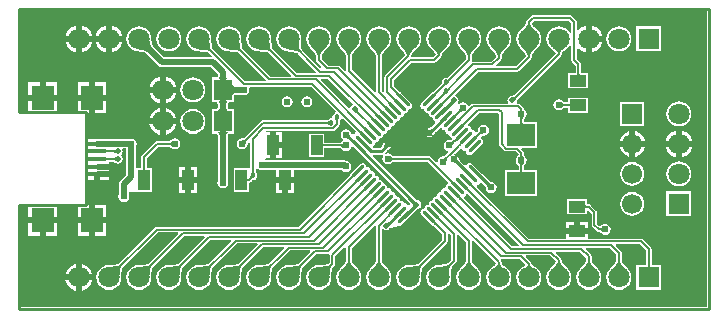
<source format=gtl>
G04*
G04 #@! TF.GenerationSoftware,Altium Limited,Altium Designer,20.0.13 (296)*
G04*
G04 Layer_Physical_Order=1*
G04 Layer_Color=255*
%FSLAX24Y24*%
%MOIN*%
G70*
G01*
G75*
%ADD10C,0.0100*%
%ADD14R,0.0600X0.0157*%
%ADD15R,0.0748X0.0827*%
G04:AMPARAMS|DCode=16|XSize=59.1mil|YSize=10.6mil|CornerRadius=0mil|HoleSize=0mil|Usage=FLASHONLY|Rotation=135.000|XOffset=0mil|YOffset=0mil|HoleType=Round|Shape=Round|*
%AMOVALD16*
21,1,0.0484,0.0106,0.0000,0.0000,135.0*
1,1,0.0106,0.0171,-0.0171*
1,1,0.0106,-0.0171,0.0171*
%
%ADD16OVALD16*%

G04:AMPARAMS|DCode=17|XSize=10.6mil|YSize=59.1mil|CornerRadius=0mil|HoleSize=0mil|Usage=FLASHONLY|Rotation=135.000|XOffset=0mil|YOffset=0mil|HoleType=Round|Shape=Round|*
%AMOVALD17*
21,1,0.0484,0.0106,0.0000,0.0000,225.0*
1,1,0.0106,0.0171,0.0171*
1,1,0.0106,-0.0171,-0.0171*
%
%ADD17OVALD17*%

%ADD18R,0.0394X0.0669*%
%ADD19R,0.0551X0.0394*%
%ADD20R,0.0945X0.0748*%
%ADD35C,0.0180*%
%ADD36C,0.0240*%
%ADD37C,0.0060*%
%ADD38C,0.0200*%
%ADD39C,0.0160*%
%ADD40R,0.0620X0.0709*%
%ADD41C,0.0709*%
%ADD42R,0.0709X0.0709*%
%ADD43C,0.0709*%
%ADD44R,0.0669X0.0669*%
%ADD45C,0.0669*%
%ADD46R,0.0709X0.0709*%
%ADD47C,0.0100*%
%ADD48C,0.0160*%
%ADD49C,0.0200*%
G36*
X5064Y5366D02*
X5054Y5376D01*
X5033Y5394D01*
X5023Y5401D01*
X5012Y5407D01*
X5002Y5411D01*
X4992Y5415D01*
X4982Y5418D01*
X4972Y5419D01*
X4962Y5420D01*
Y5480D01*
X4972Y5481D01*
X4982Y5482D01*
X4992Y5485D01*
X5002Y5489D01*
X5012Y5494D01*
X5023Y5499D01*
X5033Y5506D01*
X5043Y5515D01*
X5054Y5524D01*
X5064Y5534D01*
Y5366D01*
D02*
G37*
G36*
X22900Y0D02*
X0D01*
Y3350D01*
X268D01*
Y3003D01*
X742D01*
X1216D01*
Y3350D01*
X1922D01*
Y3003D01*
X2296D01*
Y3417D01*
X2250D01*
Y4259D01*
X2458D01*
Y4438D01*
X2558D01*
Y4538D01*
X2958D01*
Y4594D01*
X2558D01*
Y4772D01*
X2958Y4794D01*
D01*
Y4858D01*
X3085D01*
X3092Y4855D01*
X3098Y4855D01*
X3101Y4854D01*
X3104Y4854D01*
X3107Y4853D01*
X3110Y4851D01*
X3114Y4849D01*
X3118Y4847D01*
X3122Y4843D01*
X3127Y4839D01*
X3134Y4833D01*
X3141Y4830D01*
X3188Y4799D01*
X3250Y4787D01*
X3312Y4799D01*
X3365Y4835D01*
X3401Y4888D01*
X3413Y4950D01*
X3401Y5012D01*
X3384Y5037D01*
X3369Y5075D01*
X3384Y5113D01*
X3401Y5138D01*
X3413Y5200D01*
X3403Y5249D01*
X3432Y5299D01*
X3537D01*
Y4418D01*
X3335Y4215D01*
X3299Y4162D01*
X3287Y4100D01*
Y3780D01*
X3280Y3770D01*
X3266Y3700D01*
X3280Y3630D01*
X3320Y3570D01*
X3380Y3530D01*
X3450Y3516D01*
X3520Y3530D01*
X3580Y3570D01*
X3620Y3630D01*
X3634Y3700D01*
X3620Y3770D01*
X3613Y3780D01*
Y3855D01*
X3815D01*
X3865Y3855D01*
X3915Y3855D01*
X4378D01*
Y4644D01*
X4216D01*
X4216Y4644D01*
X4213Y4651D01*
Y4984D01*
X4588Y5358D01*
X4952D01*
X4958Y5355D01*
X4965Y5355D01*
X4968Y5354D01*
X4972Y5353D01*
X4977Y5351D01*
X4982Y5349D01*
X4988Y5345D01*
X4994Y5342D01*
X5010Y5328D01*
X5019Y5319D01*
X5025Y5317D01*
X5080Y5280D01*
X5150Y5266D01*
X5220Y5280D01*
X5280Y5320D01*
X5320Y5380D01*
X5334Y5450D01*
X5320Y5520D01*
X5280Y5580D01*
X5220Y5620D01*
X5150Y5634D01*
X5080Y5620D01*
X5025Y5583D01*
X5019Y5581D01*
X5010Y5571D01*
X5002Y5565D01*
X4995Y5559D01*
X4988Y5555D01*
X4982Y5551D01*
X4977Y5549D01*
X4972Y5547D01*
X4968Y5546D01*
X4965Y5545D01*
X4958Y5545D01*
X4952Y5542D01*
X4550D01*
X4515Y5535D01*
X4485Y5515D01*
X4057Y5086D01*
X4037Y5057D01*
X4030Y5022D01*
Y4693D01*
X3983Y4644D01*
X3865Y4644D01*
X3863Y4693D01*
Y5370D01*
X3870Y5380D01*
X3884Y5450D01*
X3870Y5520D01*
X3830Y5580D01*
X3770Y5620D01*
X3700Y5634D01*
X3658Y5625D01*
X2558D01*
X2496Y5613D01*
X2477Y5601D01*
X2250D01*
Y6484D01*
X2296D01*
Y6897D01*
X1922D01*
Y6550D01*
X1216D01*
Y6897D01*
X742D01*
X268D01*
Y6550D01*
X0D01*
Y9900D01*
X22900D01*
Y0D01*
D02*
G37*
G36*
X2856Y5257D02*
X2858Y5252D01*
X2861Y5248D01*
X2865Y5244D01*
X2871Y5240D01*
X2878Y5238D01*
X2886Y5236D01*
X2895Y5234D01*
X2905Y5233D01*
X2917Y5233D01*
Y5173D01*
X2905Y5173D01*
X2895Y5172D01*
X2886Y5170D01*
X2878Y5168D01*
X2871Y5166D01*
X2865Y5162D01*
X2861Y5158D01*
X2858Y5154D01*
X2856Y5149D01*
X2856Y5143D01*
Y5263D01*
X2856Y5257D01*
D02*
G37*
G36*
X3177Y5132D02*
X3169Y5140D01*
X3161Y5147D01*
X3153Y5153D01*
X3145Y5158D01*
X3137Y5163D01*
X3129Y5166D01*
X3120Y5169D01*
X3111Y5171D01*
X3103Y5173D01*
X3094Y5173D01*
X3096Y5233D01*
X3104Y5233D01*
X3113Y5235D01*
X3122Y5237D01*
X3131Y5239D01*
X3139Y5243D01*
X3148Y5247D01*
X3156Y5252D01*
X3164Y5258D01*
X3173Y5265D01*
X3181Y5272D01*
X3177Y5132D01*
D02*
G37*
G36*
X2856Y5004D02*
X2858Y4999D01*
X2861Y4995D01*
X2865Y4991D01*
X2871Y4988D01*
X2878Y4985D01*
X2886Y4983D01*
X2895Y4981D01*
X2905Y4980D01*
X2917Y4980D01*
Y4920D01*
X2905Y4920D01*
X2895Y4919D01*
X2886Y4917D01*
X2878Y4915D01*
X2871Y4913D01*
X2865Y4909D01*
X2861Y4905D01*
X2858Y4901D01*
X2856Y4896D01*
X2856Y4890D01*
Y5010D01*
X2856Y5004D01*
D02*
G37*
G36*
X3179Y4880D02*
X3171Y4888D01*
X3163Y4894D01*
X3155Y4900D01*
X3146Y4906D01*
X3138Y4910D01*
X3130Y4914D01*
X3121Y4916D01*
X3112Y4918D01*
X3104Y4920D01*
X3095Y4920D01*
Y4980D01*
X3104Y4980D01*
X3112Y4982D01*
X3121Y4984D01*
X3130Y4986D01*
X3138Y4990D01*
X3146Y4994D01*
X3155Y5000D01*
X3163Y5006D01*
X3171Y5012D01*
X3179Y5020D01*
Y4880D01*
D02*
G37*
G36*
X4152Y4631D02*
X4153Y4621D01*
X4154Y4611D01*
X4156Y4603D01*
X4159Y4597D01*
X4162Y4591D01*
X4166Y4587D01*
X4171Y4584D01*
X4176Y4582D01*
X4182Y4581D01*
X4062D01*
X4067Y4582D01*
X4072Y4584D01*
X4077Y4587D01*
X4081Y4591D01*
X4084Y4597D01*
X4087Y4603D01*
X4089Y4611D01*
X4090Y4621D01*
X4091Y4631D01*
X4092Y4643D01*
X4152D01*
X4152Y4631D01*
D02*
G37*
%LPC*%
G36*
X19050Y9395D02*
Y9050D01*
X19395D01*
X19393Y9069D01*
X19347Y9179D01*
X19274Y9274D01*
X19179Y9347D01*
X19069Y9393D01*
X19050Y9395D01*
D02*
G37*
G36*
X3050D02*
Y9050D01*
X3395D01*
X3393Y9069D01*
X3347Y9179D01*
X3274Y9274D01*
X3179Y9347D01*
X3069Y9393D01*
X3050Y9395D01*
D02*
G37*
G36*
X2050D02*
Y9050D01*
X2395D01*
X2393Y9069D01*
X2347Y9179D01*
X2274Y9274D01*
X2179Y9347D01*
X2069Y9393D01*
X2050Y9395D01*
D02*
G37*
G36*
X2850D02*
X2831Y9393D01*
X2721Y9347D01*
X2626Y9274D01*
X2553Y9179D01*
X2507Y9069D01*
X2505Y9050D01*
X2850D01*
Y9395D01*
D02*
G37*
G36*
X1850D02*
X1831Y9393D01*
X1721Y9347D01*
X1626Y9274D01*
X1553Y9179D01*
X1507Y9069D01*
X1505Y9050D01*
X1850D01*
Y9395D01*
D02*
G37*
G36*
X21365Y9365D02*
X20536D01*
Y8536D01*
X21365D01*
Y9365D01*
D02*
G37*
G36*
X19950Y9368D02*
X19842Y9354D01*
X19741Y9312D01*
X19654Y9246D01*
X19588Y9159D01*
X19546Y9058D01*
X19532Y8950D01*
X19546Y8842D01*
X19588Y8741D01*
X19654Y8654D01*
X19741Y8588D01*
X19842Y8546D01*
X19950Y8532D01*
X20058Y8546D01*
X20159Y8588D01*
X20246Y8654D01*
X20312Y8741D01*
X20354Y8842D01*
X20368Y8950D01*
X20354Y9058D01*
X20312Y9159D01*
X20246Y9246D01*
X20159Y9312D01*
X20058Y9354D01*
X19950Y9368D01*
D02*
G37*
G36*
X4950D02*
X4842Y9354D01*
X4741Y9312D01*
X4654Y9246D01*
X4588Y9159D01*
X4546Y9058D01*
X4532Y8950D01*
X4546Y8842D01*
X4588Y8741D01*
X4654Y8654D01*
X4741Y8588D01*
X4842Y8546D01*
X4950Y8532D01*
X5058Y8546D01*
X5159Y8588D01*
X5246Y8654D01*
X5312Y8741D01*
X5354Y8842D01*
X5368Y8950D01*
X5354Y9058D01*
X5312Y9159D01*
X5246Y9246D01*
X5159Y9312D01*
X5058Y9354D01*
X4950Y9368D01*
D02*
G37*
G36*
X19395Y8850D02*
X19050D01*
Y8505D01*
X19069Y8507D01*
X19179Y8553D01*
X19274Y8626D01*
X19347Y8721D01*
X19393Y8831D01*
X19395Y8850D01*
D02*
G37*
G36*
X3395D02*
X3050D01*
Y8505D01*
X3069Y8507D01*
X3179Y8553D01*
X3274Y8626D01*
X3347Y8721D01*
X3393Y8831D01*
X3395Y8850D01*
D02*
G37*
G36*
X2395D02*
X2050D01*
Y8505D01*
X2069Y8507D01*
X2179Y8553D01*
X2274Y8626D01*
X2347Y8721D01*
X2393Y8831D01*
X2395Y8850D01*
D02*
G37*
G36*
X2850D02*
X2505D01*
X2507Y8831D01*
X2553Y8721D01*
X2626Y8626D01*
X2721Y8553D01*
X2831Y8507D01*
X2850Y8505D01*
Y8850D01*
D02*
G37*
G36*
X1850D02*
X1505D01*
X1507Y8831D01*
X1553Y8721D01*
X1626Y8626D01*
X1721Y8553D01*
X1831Y8507D01*
X1850Y8505D01*
Y8850D01*
D02*
G37*
G36*
X18315Y9742D02*
X17100D01*
X17065Y9735D01*
X17035Y9715D01*
X16885Y9565D01*
X16865Y9535D01*
X16862Y9518D01*
X16855Y9506D01*
X16854Y9488D01*
X16850Y9473D01*
X16843Y9455D01*
X16832Y9435D01*
X16817Y9412D01*
X16798Y9387D01*
X16776Y9361D01*
X16715Y9302D01*
X16679Y9270D01*
X16678Y9268D01*
X16676Y9267D01*
X16673Y9260D01*
X16654Y9246D01*
X16588Y9159D01*
X16546Y9058D01*
X16532Y8950D01*
X16546Y8842D01*
X16588Y8741D01*
X16654Y8655D01*
X16655Y8652D01*
X16732Y8572D01*
X16791Y8504D01*
X16812Y8475D01*
X16829Y8448D01*
X16842Y8425D01*
X16850Y8407D01*
X16854Y8393D01*
X16855Y8384D01*
X16512Y8042D01*
X15862D01*
X15843Y8088D01*
X16015Y8260D01*
X16035Y8290D01*
X16042Y8325D01*
Y8372D01*
X16045Y8377D01*
X16046Y8393D01*
X16050Y8407D01*
X16058Y8425D01*
X16071Y8448D01*
X16088Y8475D01*
X16109Y8503D01*
X16204Y8611D01*
X16244Y8651D01*
X16246Y8654D01*
X16246Y8654D01*
X16312Y8741D01*
X16354Y8842D01*
X16368Y8950D01*
X16354Y9058D01*
X16312Y9159D01*
X16246Y9246D01*
X16159Y9312D01*
X16058Y9354D01*
X15950Y9368D01*
X15842Y9354D01*
X15741Y9312D01*
X15654Y9246D01*
X15588Y9159D01*
X15546Y9058D01*
X15532Y8950D01*
X15546Y8842D01*
X15588Y8741D01*
X15654Y8655D01*
X15655Y8652D01*
X15732Y8572D01*
X15791Y8504D01*
X15812Y8475D01*
X15829Y8448D01*
X15842Y8425D01*
X15850Y8407D01*
X15854Y8393D01*
X15855Y8377D01*
X15858Y8372D01*
Y8363D01*
X15687Y8192D01*
X15097D01*
X15084Y8189D01*
X15043Y8224D01*
X15041Y8228D01*
X15042Y8231D01*
Y8372D01*
X15045Y8377D01*
X15046Y8393D01*
X15050Y8407D01*
X15058Y8425D01*
X15071Y8448D01*
X15088Y8475D01*
X15109Y8503D01*
X15204Y8611D01*
X15244Y8651D01*
X15246Y8654D01*
X15246Y8654D01*
X15312Y8741D01*
X15354Y8842D01*
X15368Y8950D01*
X15354Y9058D01*
X15312Y9159D01*
X15246Y9246D01*
X15159Y9312D01*
X15058Y9354D01*
X14950Y9368D01*
X14842Y9354D01*
X14741Y9312D01*
X14654Y9246D01*
X14588Y9159D01*
X14546Y9058D01*
X14532Y8950D01*
X14546Y8842D01*
X14588Y8741D01*
X14654Y8655D01*
X14655Y8652D01*
X14732Y8572D01*
X14791Y8504D01*
X14812Y8475D01*
X14829Y8448D01*
X14842Y8425D01*
X14850Y8407D01*
X14854Y8393D01*
X14855Y8377D01*
X14858Y8372D01*
Y8269D01*
X14255Y7666D01*
X14251Y7665D01*
X14249Y7662D01*
X14245Y7660D01*
X14241Y7657D01*
X14239Y7655D01*
X14238Y7654D01*
X14236Y7654D01*
X14235Y7653D01*
X14234Y7653D01*
X14232Y7653D01*
X14230Y7653D01*
X14228Y7653D01*
X14222Y7653D01*
X14218Y7652D01*
X14215Y7654D01*
X14208Y7651D01*
X14200Y7653D01*
X14141Y7641D01*
X14092Y7608D01*
X14059Y7559D01*
X14047Y7500D01*
X14049Y7492D01*
X14046Y7485D01*
X14048Y7482D01*
X14047Y7478D01*
X14047Y7472D01*
X14047Y7470D01*
X14047Y7468D01*
X14047Y7466D01*
X14047Y7465D01*
X14046Y7464D01*
X14046Y7462D01*
X14045Y7461D01*
X14043Y7459D01*
X14040Y7455D01*
X14038Y7451D01*
X14035Y7449D01*
X14034Y7445D01*
X13802Y7213D01*
X13795Y7210D01*
X13788Y7204D01*
X13783Y7199D01*
X13772Y7191D01*
X13769Y7188D01*
X13765Y7186D01*
X13762Y7185D01*
X13759Y7184D01*
X13757Y7183D01*
X13753Y7182D01*
X13746Y7177D01*
X13745Y7177D01*
X13734Y7170D01*
X13723Y7165D01*
X13721Y7161D01*
X13707Y7151D01*
X13365Y6809D01*
X13340Y6772D01*
X13331Y6728D01*
X13340Y6683D01*
X13365Y6646D01*
X13402Y6621D01*
X13446Y6612D01*
X13470Y6588D01*
X13479Y6544D01*
X13504Y6507D01*
X13541Y6482D01*
X13586Y6473D01*
X13609Y6449D01*
X13618Y6405D01*
X13643Y6368D01*
X13681Y6343D01*
X13703Y6338D01*
X13749Y6310D01*
X13757Y6266D01*
X13782Y6228D01*
X13811Y6209D01*
X13822Y6171D01*
X13824Y6152D01*
X13685Y6013D01*
X13679Y6011D01*
X13672Y6004D01*
X13666Y5999D01*
X13661Y5995D01*
X13656Y5992D01*
X13651Y5990D01*
X13647Y5988D01*
X13643Y5987D01*
X13640Y5986D01*
X13637Y5986D01*
X13630Y5985D01*
X13609Y5976D01*
X13587Y5967D01*
X13586Y5966D01*
X13585Y5965D01*
X13585Y5965D01*
X13576Y5943D01*
X13567Y5921D01*
X13568Y5920D01*
X13567Y5919D01*
X13567Y5918D01*
X13575Y5902D01*
X13555Y5883D01*
X13551Y5880D01*
X13526Y5843D01*
X13518Y5800D01*
X13526Y5758D01*
X13551Y5721D01*
X13587Y5697D01*
X13630Y5688D01*
X13631D01*
X13631Y5688D01*
X13674Y5697D01*
X13711Y5721D01*
X13732Y5743D01*
X13747Y5736D01*
X13747Y5736D01*
X13748Y5736D01*
X13749Y5736D01*
X13749Y5736D01*
X13771Y5745D01*
X13794Y5753D01*
X13794Y5754D01*
X13795Y5754D01*
X13795Y5754D01*
X13805Y5776D01*
X13815Y5798D01*
X13815Y5804D01*
X13816Y5808D01*
X13816Y5811D01*
X13818Y5815D01*
X13819Y5819D01*
X13822Y5824D01*
X13825Y5829D01*
X13829Y5834D01*
X13834Y5840D01*
X13841Y5847D01*
X13843Y5854D01*
X13983Y5994D01*
X14008Y5991D01*
X14040Y5981D01*
X14061Y5950D01*
X14098Y5925D01*
X14142Y5916D01*
X14166Y5892D01*
X14175Y5848D01*
X14200Y5811D01*
X14237Y5786D01*
X14260Y5781D01*
X14305Y5753D01*
X14314Y5709D01*
X14339Y5672D01*
X14377Y5647D01*
X14375Y5598D01*
X14375Y5598D01*
X14369Y5591D01*
X14351Y5579D01*
X14347Y5579D01*
X14336Y5581D01*
X14324Y5579D01*
X14300Y5584D01*
X14230Y5570D01*
X14170Y5530D01*
X14130Y5470D01*
X14116Y5400D01*
X14130Y5330D01*
X14170Y5270D01*
X14230Y5230D01*
X14244Y5228D01*
X14261Y5173D01*
X14153Y5065D01*
X14146Y5063D01*
X14141Y5059D01*
X14138Y5056D01*
X14133Y5053D01*
X14128Y5051D01*
X14111Y5043D01*
X14103Y5041D01*
X14079Y5034D01*
X14065Y5032D01*
X14054Y5024D01*
X14030Y5020D01*
X13970Y4980D01*
X13930Y4920D01*
X13917Y4851D01*
X13911Y4847D01*
X13870Y4827D01*
X13683Y5015D01*
X13653Y5035D01*
X13618Y5042D01*
X12448D01*
X12442Y5045D01*
X12435Y5045D01*
X12432Y5046D01*
X12428Y5047D01*
X12423Y5049D01*
X12418Y5051D01*
X12412Y5055D01*
X12406Y5058D01*
X12390Y5072D01*
X12381Y5081D01*
X12375Y5083D01*
X12320Y5120D01*
X12250Y5134D01*
X12189Y5121D01*
X12168Y5145D01*
X12159Y5163D01*
X12227Y5230D01*
X12233Y5233D01*
X12240Y5240D01*
X12254Y5252D01*
X12260Y5255D01*
X12266Y5259D01*
X12271Y5262D01*
X12276Y5265D01*
X12281Y5267D01*
X12285Y5268D01*
X12292Y5270D01*
X12311Y5284D01*
X12331Y5298D01*
X12331Y5299D01*
X12332Y5300D01*
X12335Y5324D01*
X12339Y5347D01*
X12354Y5369D01*
X12362Y5412D01*
Y5450D01*
X12354Y5493D01*
X12329Y5529D01*
X12293Y5554D01*
X12250Y5562D01*
X12207Y5554D01*
X12171Y5529D01*
X12146Y5493D01*
X12132Y5484D01*
X12122Y5486D01*
X12120Y5485D01*
X12119Y5485D01*
X12100Y5472D01*
X12080Y5459D01*
X12080Y5458D01*
X12078Y5457D01*
X12074Y5433D01*
X12069Y5411D01*
X12070Y5406D01*
X12070Y5404D01*
X12070Y5403D01*
X12070Y5402D01*
X12069Y5400D01*
X12068Y5397D01*
X12066Y5394D01*
X12063Y5389D01*
X12059Y5384D01*
X12052Y5377D01*
X12050Y5370D01*
X12048Y5369D01*
X12044Y5365D01*
X12043Y5364D01*
X11991Y5312D01*
X11790D01*
X11777Y5318D01*
X11750Y5362D01*
X11753Y5374D01*
X11782Y5393D01*
X11807Y5431D01*
X11816Y5475D01*
X11862Y5503D01*
X11884Y5507D01*
X11922Y5532D01*
X11947Y5570D01*
X11955Y5614D01*
X11979Y5638D01*
X12023Y5647D01*
X12061Y5672D01*
X12086Y5709D01*
X12095Y5753D01*
X12140Y5781D01*
X12163Y5786D01*
X12200Y5811D01*
X12225Y5848D01*
X12234Y5892D01*
X12258Y5916D01*
X12302Y5925D01*
X12339Y5950D01*
X12364Y5987D01*
X12373Y6032D01*
X12418Y6060D01*
X12441Y6064D01*
X12478Y6089D01*
X12503Y6127D01*
X12512Y6171D01*
X12536Y6195D01*
X12580Y6203D01*
X12618Y6228D01*
X12643Y6266D01*
X12651Y6310D01*
X12697Y6338D01*
X12719Y6343D01*
X12757Y6368D01*
X12782Y6405D01*
X12791Y6449D01*
X12814Y6473D01*
X12859Y6482D01*
X12896Y6507D01*
X12921Y6544D01*
X12930Y6588D01*
X12954Y6612D01*
X12998Y6621D01*
X13035Y6646D01*
X13060Y6683D01*
X13069Y6728D01*
X13060Y6772D01*
X13035Y6809D01*
X12693Y7151D01*
X12679Y7161D01*
X12677Y7165D01*
X12666Y7170D01*
X12655Y7177D01*
X12654Y7177D01*
X12647Y7182D01*
X12643Y7183D01*
X12641Y7184D01*
X12638Y7185D01*
X12636Y7186D01*
X12626Y7192D01*
X12623Y7194D01*
X12611Y7204D01*
X12605Y7210D01*
X12598Y7213D01*
X12442Y7369D01*
Y7562D01*
X13038Y8158D01*
X13800D01*
X13835Y8165D01*
X13865Y8185D01*
X14015Y8335D01*
X14035Y8365D01*
X14038Y8382D01*
X14045Y8394D01*
X14046Y8412D01*
X14050Y8427D01*
X14057Y8445D01*
X14068Y8465D01*
X14083Y8488D01*
X14102Y8513D01*
X14124Y8539D01*
X14185Y8598D01*
X14221Y8630D01*
X14222Y8632D01*
X14224Y8633D01*
X14227Y8640D01*
X14246Y8654D01*
X14312Y8741D01*
X14354Y8842D01*
X14368Y8950D01*
X14354Y9058D01*
X14312Y9159D01*
X14246Y9246D01*
X14159Y9312D01*
X14058Y9354D01*
X13950Y9368D01*
X13842Y9354D01*
X13741Y9312D01*
X13654Y9246D01*
X13588Y9159D01*
X13546Y9058D01*
X13532Y8950D01*
X13546Y8842D01*
X13588Y8741D01*
X13654Y8654D01*
X13673Y8640D01*
X13676Y8633D01*
X13678Y8632D01*
X13678Y8630D01*
X13748Y8567D01*
X13775Y8540D01*
X13798Y8513D01*
X13817Y8488D01*
X13832Y8465D01*
X13843Y8445D01*
X13849Y8429D01*
X13762Y8342D01*
X13068D01*
X13056Y8349D01*
X13046Y8362D01*
X13031Y8392D01*
X13032Y8399D01*
X13036Y8413D01*
X13043Y8431D01*
X13055Y8453D01*
X13072Y8477D01*
X13093Y8504D01*
X13118Y8532D01*
X13185Y8598D01*
X13224Y8633D01*
X13225Y8633D01*
X13225Y8634D01*
X13229Y8642D01*
X13246Y8654D01*
X13312Y8741D01*
X13354Y8842D01*
X13368Y8950D01*
X13354Y9058D01*
X13312Y9159D01*
X13246Y9246D01*
X13159Y9312D01*
X13058Y9354D01*
X12950Y9368D01*
X12842Y9354D01*
X12741Y9312D01*
X12654Y9246D01*
X12588Y9159D01*
X12546Y9058D01*
X12532Y8950D01*
X12546Y8842D01*
X12588Y8741D01*
X12648Y8663D01*
X12650Y8657D01*
X12651Y8657D01*
X12651Y8656D01*
X12690Y8616D01*
X12723Y8579D01*
X12779Y8510D01*
X12799Y8482D01*
X12816Y8455D01*
X12828Y8432D01*
X12834Y8417D01*
X12165Y7748D01*
X12145Y7718D01*
X12138Y7683D01*
Y7187D01*
X12103Y7167D01*
X12090Y7165D01*
X12042Y7212D01*
Y8372D01*
X12045Y8377D01*
X12046Y8393D01*
X12050Y8407D01*
X12058Y8425D01*
X12071Y8448D01*
X12088Y8475D01*
X12109Y8503D01*
X12204Y8611D01*
X12244Y8651D01*
X12246Y8654D01*
X12246Y8654D01*
X12312Y8741D01*
X12354Y8842D01*
X12368Y8950D01*
X12354Y9058D01*
X12312Y9159D01*
X12246Y9246D01*
X12159Y9312D01*
X12058Y9354D01*
X11950Y9368D01*
X11842Y9354D01*
X11741Y9312D01*
X11654Y9246D01*
X11588Y9159D01*
X11546Y9058D01*
X11532Y8950D01*
X11546Y8842D01*
X11588Y8741D01*
X11654Y8655D01*
X11655Y8652D01*
X11732Y8572D01*
X11791Y8504D01*
X11812Y8475D01*
X11829Y8448D01*
X11842Y8425D01*
X11850Y8407D01*
X11854Y8393D01*
X11855Y8377D01*
X11858Y8372D01*
Y7188D01*
X11824Y7169D01*
X11810Y7166D01*
X11042Y7934D01*
Y8372D01*
X11045Y8377D01*
X11046Y8393D01*
X11050Y8407D01*
X11058Y8425D01*
X11071Y8448D01*
X11088Y8475D01*
X11109Y8503D01*
X11204Y8611D01*
X11244Y8651D01*
X11246Y8654D01*
X11246Y8654D01*
X11312Y8741D01*
X11354Y8842D01*
X11368Y8950D01*
X11354Y9058D01*
X11312Y9159D01*
X11246Y9246D01*
X11159Y9312D01*
X11058Y9354D01*
X10950Y9368D01*
X10842Y9354D01*
X10741Y9312D01*
X10654Y9246D01*
X10588Y9159D01*
X10546Y9058D01*
X10532Y8950D01*
X10546Y8842D01*
X10588Y8741D01*
X10654Y8655D01*
X10655Y8652D01*
X10732Y8572D01*
X10791Y8504D01*
X10812Y8475D01*
X10829Y8448D01*
X10842Y8425D01*
X10850Y8407D01*
X10854Y8393D01*
X10855Y8377D01*
X10858Y8372D01*
Y7910D01*
X10823Y7890D01*
X10810Y7888D01*
X10662Y8035D01*
X10633Y8055D01*
X10598Y8062D01*
X10249D01*
X10042Y8269D01*
Y8372D01*
X10045Y8377D01*
X10046Y8393D01*
X10050Y8407D01*
X10058Y8425D01*
X10071Y8448D01*
X10088Y8475D01*
X10109Y8503D01*
X10204Y8611D01*
X10244Y8651D01*
X10246Y8654D01*
X10246Y8654D01*
X10312Y8741D01*
X10354Y8842D01*
X10368Y8950D01*
X10354Y9058D01*
X10312Y9159D01*
X10246Y9246D01*
X10159Y9312D01*
X10058Y9354D01*
X9950Y9368D01*
X9842Y9354D01*
X9741Y9312D01*
X9654Y9246D01*
X9588Y9159D01*
X9546Y9058D01*
X9532Y8950D01*
X9546Y8842D01*
X9588Y8741D01*
X9654Y8655D01*
X9655Y8652D01*
X9732Y8572D01*
X9791Y8504D01*
X9812Y8475D01*
X9829Y8448D01*
X9842Y8425D01*
X9850Y8407D01*
X9854Y8393D01*
X9855Y8377D01*
X9858Y8372D01*
Y8231D01*
X9865Y8195D01*
X9885Y8166D01*
X10020Y8030D01*
X10004Y7976D01*
X10004Y7976D01*
X9399Y8580D01*
X9398Y8586D01*
X9387Y8599D01*
X9380Y8612D01*
X9373Y8630D01*
X9367Y8654D01*
X9362Y8683D01*
X9359Y8718D01*
X9358Y8756D01*
X9362Y8851D01*
X9367Y8905D01*
X9364Y8916D01*
X9368Y8950D01*
X9354Y9058D01*
X9312Y9159D01*
X9246Y9246D01*
X9159Y9312D01*
X9058Y9354D01*
X8950Y9368D01*
X8842Y9354D01*
X8741Y9312D01*
X8654Y9246D01*
X8588Y9159D01*
X8546Y9058D01*
X8532Y8950D01*
X8546Y8842D01*
X8588Y8741D01*
X8654Y8654D01*
X8741Y8588D01*
X8842Y8546D01*
X8900Y8538D01*
X8912Y8532D01*
X8912Y8532D01*
X8912Y8532D01*
X8972Y8526D01*
X9077Y8513D01*
X9160Y8497D01*
X9192Y8488D01*
X9218Y8480D01*
X9237Y8472D01*
X9249Y8465D01*
X9260Y8456D01*
X9265Y8455D01*
X9862Y7858D01*
X9843Y7812D01*
X9218D01*
X8424Y8606D01*
X8422Y8612D01*
X8412Y8624D01*
X8405Y8637D01*
X8397Y8655D01*
X8390Y8680D01*
X8384Y8711D01*
X8378Y8747D01*
X8370Y8890D01*
X8369Y8947D01*
X8368Y8950D01*
X8368Y8950D01*
X8354Y9058D01*
X8312Y9159D01*
X8246Y9246D01*
X8159Y9312D01*
X8058Y9354D01*
X7950Y9368D01*
X7842Y9354D01*
X7741Y9312D01*
X7654Y9246D01*
X7588Y9159D01*
X7546Y9058D01*
X7532Y8950D01*
X7546Y8842D01*
X7588Y8741D01*
X7654Y8654D01*
X7741Y8588D01*
X7842Y8546D01*
X7949Y8532D01*
X7953Y8531D01*
X8063Y8529D01*
X8153Y8522D01*
X8189Y8516D01*
X8220Y8510D01*
X8245Y8503D01*
X8263Y8495D01*
X8276Y8488D01*
X8288Y8478D01*
X8294Y8476D01*
X9032Y7738D01*
X9013Y7692D01*
X8338D01*
X7424Y8606D01*
X7422Y8612D01*
X7412Y8624D01*
X7405Y8637D01*
X7397Y8655D01*
X7390Y8680D01*
X7384Y8711D01*
X7378Y8747D01*
X7370Y8890D01*
X7369Y8947D01*
X7368Y8950D01*
X7368Y8950D01*
X7354Y9058D01*
X7312Y9159D01*
X7246Y9246D01*
X7159Y9312D01*
X7058Y9354D01*
X6950Y9368D01*
X6842Y9354D01*
X6741Y9312D01*
X6654Y9246D01*
X6588Y9159D01*
X6546Y9058D01*
X6532Y8950D01*
X6546Y8842D01*
X6588Y8741D01*
X6654Y8654D01*
X6741Y8588D01*
X6842Y8546D01*
X6949Y8532D01*
X6953Y8531D01*
X7063Y8529D01*
X7153Y8522D01*
X7189Y8516D01*
X7219Y8510D01*
X7245Y8503D01*
X7263Y8495D01*
X7276Y8488D01*
X7288Y8478D01*
X7294Y8476D01*
X8182Y7588D01*
X8163Y7542D01*
X7488D01*
X6424Y8606D01*
X6422Y8612D01*
X6412Y8624D01*
X6405Y8637D01*
X6397Y8655D01*
X6390Y8680D01*
X6384Y8711D01*
X6378Y8747D01*
X6370Y8890D01*
X6369Y8947D01*
X6368Y8950D01*
X6368Y8950D01*
X6354Y9058D01*
X6312Y9159D01*
X6246Y9246D01*
X6159Y9312D01*
X6058Y9354D01*
X5950Y9368D01*
X5842Y9354D01*
X5741Y9312D01*
X5654Y9246D01*
X5588Y9159D01*
X5546Y9058D01*
X5532Y8950D01*
X5546Y8842D01*
X5588Y8741D01*
X5654Y8654D01*
X5741Y8588D01*
X5842Y8546D01*
X5949Y8532D01*
X5953Y8531D01*
X6063Y8529D01*
X6153Y8522D01*
X6189Y8516D01*
X6219Y8510D01*
X6245Y8503D01*
X6263Y8495D01*
X6276Y8488D01*
X6288Y8478D01*
X6294Y8476D01*
X6379Y8392D01*
X6358Y8342D01*
X4789D01*
X4461Y8670D01*
X4460Y8673D01*
X4441Y8694D01*
X4426Y8714D01*
X4413Y8735D01*
X4402Y8759D01*
X4392Y8784D01*
X4384Y8812D01*
X4377Y8842D01*
X4373Y8874D01*
X4370Y8909D01*
X4369Y8948D01*
X4368Y8951D01*
X4354Y9058D01*
X4312Y9159D01*
X4246Y9246D01*
X4159Y9312D01*
X4058Y9354D01*
X3950Y9368D01*
X3842Y9354D01*
X3741Y9312D01*
X3654Y9246D01*
X3588Y9159D01*
X3546Y9058D01*
X3532Y8950D01*
X3546Y8842D01*
X3588Y8741D01*
X3654Y8654D01*
X3741Y8588D01*
X3842Y8546D01*
X3949Y8532D01*
X3952Y8531D01*
X3991Y8530D01*
X4026Y8527D01*
X4058Y8523D01*
X4088Y8516D01*
X4116Y8508D01*
X4141Y8498D01*
X4165Y8487D01*
X4186Y8474D01*
X4206Y8459D01*
X4227Y8440D01*
X4230Y8439D01*
X4606Y8063D01*
X4659Y8028D01*
X4721Y8015D01*
X6354D01*
X6585Y7785D01*
X6584Y7769D01*
X6582Y7739D01*
X6577Y7714D01*
X6572Y7695D01*
X6567Y7682D01*
X6562Y7674D01*
X6558Y7670D01*
X6557Y7669D01*
X6555Y7668D01*
X6543Y7667D01*
X6539Y7664D01*
X6380D01*
Y6836D01*
X6537D01*
X6543Y6832D01*
X6555Y6831D01*
X6557Y6830D01*
X6559Y6829D01*
X6562Y6825D01*
X6567Y6817D01*
X6572Y6804D01*
X6577Y6785D01*
X6582Y6761D01*
X6584Y6731D01*
X6584Y6725D01*
X6584Y6719D01*
X6582Y6689D01*
X6577Y6664D01*
X6572Y6645D01*
X6567Y6632D01*
X6562Y6624D01*
X6558Y6620D01*
X6557Y6619D01*
X6555Y6618D01*
X6543Y6617D01*
X6539Y6615D01*
X6380D01*
Y5785D01*
X6537D01*
X6543Y5782D01*
X6555Y5781D01*
X6557Y5780D01*
X6559Y5779D01*
X6562Y5775D01*
X6567Y5767D01*
X6572Y5754D01*
X6577Y5735D01*
X6582Y5710D01*
X6584Y5681D01*
X6585Y5645D01*
X6587Y5641D01*
Y4230D01*
X6580Y4220D01*
X6566Y4150D01*
X6580Y4080D01*
X6620Y4020D01*
X6680Y3980D01*
X6750Y3966D01*
X6820Y3980D01*
X6880Y4020D01*
X6920Y4080D01*
X6934Y4150D01*
X6920Y4220D01*
X6913Y4230D01*
Y5641D01*
X6915Y5645D01*
X6916Y5681D01*
X6918Y5710D01*
X6923Y5735D01*
X6928Y5754D01*
X6933Y5767D01*
X6938Y5775D01*
X6941Y5779D01*
X6943Y5780D01*
X6945Y5781D01*
X6957Y5782D01*
X6963Y5785D01*
X7120D01*
Y6615D01*
X6961D01*
X6957Y6617D01*
X6945Y6618D01*
X6943Y6619D01*
X6942Y6620D01*
X6938Y6624D01*
X6933Y6632D01*
X6928Y6645D01*
X6923Y6664D01*
X6918Y6689D01*
X6916Y6719D01*
X6916Y6725D01*
X6916Y6731D01*
X6918Y6761D01*
X6923Y6785D01*
X6928Y6804D01*
X6933Y6817D01*
X6938Y6825D01*
X6941Y6829D01*
X6943Y6830D01*
X6945Y6831D01*
X6957Y6832D01*
X6963Y6836D01*
X7120D01*
Y7039D01*
X7122Y7043D01*
X7123Y7055D01*
X7124Y7057D01*
X7125Y7058D01*
X7129Y7062D01*
X7137Y7067D01*
X7151Y7072D01*
X7170Y7077D01*
X7195Y7082D01*
X7224Y7084D01*
X7261Y7085D01*
X7265Y7087D01*
X7370D01*
X7380Y7080D01*
X7450Y7066D01*
X7520Y7080D01*
X7580Y7120D01*
X7620Y7180D01*
X7634Y7250D01*
X7622Y7308D01*
X7650Y7358D01*
X9688D01*
X10507Y6539D01*
X10495Y6501D01*
X10487Y6488D01*
X10442Y6458D01*
X10409Y6409D01*
X10397Y6350D01*
X10398Y6344D01*
X10356Y6302D01*
X10350Y6303D01*
X10291Y6291D01*
X10250Y6263D01*
X10241Y6260D01*
X10236Y6255D01*
X10233Y6253D01*
X10230Y6251D01*
X10227Y6249D01*
X10225Y6248D01*
X10222Y6247D01*
X10220Y6246D01*
X10217Y6245D01*
X10214Y6245D01*
X10209Y6245D01*
X10202Y6242D01*
X8100D01*
X8065Y6235D01*
X8035Y6215D01*
X7475Y5655D01*
X7468Y5653D01*
X7464Y5648D01*
X7461Y5646D01*
X7457Y5644D01*
X7453Y5642D01*
X7447Y5640D01*
X7441Y5638D01*
X7434Y5637D01*
X7412Y5635D01*
X7400Y5635D01*
X7394Y5632D01*
X7330Y5620D01*
X7270Y5580D01*
X7230Y5520D01*
X7216Y5450D01*
X7230Y5380D01*
X7270Y5320D01*
X7330Y5280D01*
X7400Y5266D01*
X7470Y5280D01*
X7530Y5320D01*
X7570Y5380D01*
X7582Y5444D01*
X7585Y5450D01*
X7585Y5463D01*
X7586Y5474D01*
X7587Y5483D01*
X7588Y5491D01*
X7608Y5506D01*
X7610Y5506D01*
X7658Y5481D01*
Y4681D01*
X7628Y4644D01*
X7115D01*
Y3855D01*
X7628D01*
Y4160D01*
X7630Y4161D01*
X7650Y4164D01*
X7680Y4184D01*
X7721Y4226D01*
X7728Y4229D01*
X7733Y4233D01*
X7735Y4235D01*
X7738Y4237D01*
X7741Y4238D01*
X7745Y4240D01*
X7748Y4242D01*
X7752Y4243D01*
X7757Y4244D01*
X7762Y4245D01*
X7769Y4246D01*
X7781Y4253D01*
X7809Y4259D01*
X7858Y4292D01*
X7891Y4341D01*
X7903Y4400D01*
X7891Y4459D01*
X7863Y4500D01*
X7860Y4509D01*
X7855Y4514D01*
X7853Y4517D01*
X7851Y4520D01*
X7849Y4523D01*
X7848Y4525D01*
X7847Y4528D01*
X7846Y4530D01*
X7845Y4533D01*
X7845Y4536D01*
X7845Y4541D01*
X7842Y4548D01*
Y4648D01*
X7892Y4663D01*
X7920Y4620D01*
X7980Y4580D01*
X8050Y4566D01*
X8120Y4580D01*
X8121Y4581D01*
X8532D01*
Y4349D01*
X8828D01*
X9125D01*
Y4581D01*
X10713D01*
X10720Y4570D01*
X10780Y4530D01*
X10850Y4516D01*
X10920Y4530D01*
X10980Y4570D01*
X11020Y4630D01*
X11034Y4700D01*
X11020Y4770D01*
X10980Y4830D01*
X10920Y4870D01*
X10885Y4877D01*
X10858Y4895D01*
X10795Y4907D01*
X8169D01*
X8161Y4916D01*
X8166Y4940D01*
X8184Y4966D01*
X8322D01*
Y5401D01*
Y5835D01*
X8213D01*
X8186Y5885D01*
X8188Y5888D01*
X10420D01*
X10456Y5895D01*
X10485Y5915D01*
X10615Y6045D01*
X10635Y6074D01*
X10642Y6110D01*
Y6202D01*
X10645Y6209D01*
X10645Y6214D01*
X10645Y6217D01*
X10646Y6220D01*
X10647Y6222D01*
X10648Y6225D01*
X10649Y6227D01*
X10651Y6230D01*
X10653Y6233D01*
X10655Y6236D01*
X10660Y6241D01*
X10663Y6250D01*
X10688Y6287D01*
X10701Y6295D01*
X10739Y6307D01*
X11175Y5870D01*
X11163Y5830D01*
X11156Y5820D01*
X11109Y5788D01*
X11093Y5765D01*
X11073Y5763D01*
X11064Y5764D01*
X11040Y5775D01*
X11029Y5830D01*
X10989Y5889D01*
X10930Y5929D01*
X10859Y5943D01*
X10789Y5929D01*
X10730Y5889D01*
X10690Y5830D01*
X10676Y5759D01*
X10690Y5689D01*
X10730Y5630D01*
X10756Y5612D01*
X10755Y5553D01*
X10725Y5533D01*
X10719Y5531D01*
X10710Y5521D01*
X10702Y5515D01*
X10695Y5509D01*
X10688Y5505D01*
X10682Y5501D01*
X10677Y5499D01*
X10672Y5497D01*
X10668Y5496D01*
X10665Y5495D01*
X10658Y5495D01*
X10652Y5492D01*
X10143D01*
X10136Y5495D01*
X10135Y5495D01*
Y5795D01*
X9622D01*
Y5006D01*
X10135D01*
Y5305D01*
X10136Y5305D01*
X10143Y5308D01*
X10652D01*
X10658Y5305D01*
X10665Y5305D01*
X10668Y5304D01*
X10672Y5303D01*
X10677Y5301D01*
X10682Y5299D01*
X10688Y5295D01*
X10694Y5292D01*
X10710Y5278D01*
X10719Y5269D01*
X10725Y5267D01*
X10780Y5230D01*
X10850Y5216D01*
X10920Y5230D01*
X10980Y5270D01*
X11020Y5330D01*
X11025Y5360D01*
X11080Y5376D01*
X11341Y5115D01*
X11355Y5106D01*
X12989Y3472D01*
X12989Y3416D01*
X12985Y3410D01*
X12926Y3420D01*
X12925Y3422D01*
X12874Y3456D01*
X12814Y3468D01*
X12788Y3463D01*
X12782Y3495D01*
X12757Y3532D01*
X12719Y3557D01*
X12697Y3562D01*
X12651Y3590D01*
X12643Y3634D01*
X12618Y3672D01*
X12580Y3697D01*
X12536Y3705D01*
X12512Y3729D01*
X12503Y3773D01*
X12478Y3811D01*
X12441Y3836D01*
X12418Y3840D01*
X12373Y3868D01*
X12364Y3913D01*
X12339Y3950D01*
X12302Y3975D01*
X12258Y3984D01*
X12234Y4008D01*
X12225Y4052D01*
X12200Y4089D01*
X12163Y4114D01*
X12140Y4119D01*
X12095Y4147D01*
X12086Y4191D01*
X12061Y4228D01*
X12023Y4253D01*
X11979Y4262D01*
X11955Y4286D01*
X11947Y4330D01*
X11922Y4368D01*
X11884Y4393D01*
X11862Y4397D01*
X11816Y4425D01*
X11807Y4469D01*
X11782Y4507D01*
X11745Y4532D01*
X11701Y4541D01*
X11677Y4564D01*
X11668Y4609D01*
X11643Y4646D01*
X11606Y4671D01*
X11583Y4676D01*
X11553Y4695D01*
X11534Y4725D01*
X11529Y4748D01*
X11504Y4785D01*
X11467Y4810D01*
X11422Y4819D01*
X11378Y4810D01*
X11341Y4785D01*
X10999Y4443D01*
X10989Y4429D01*
X10985Y4427D01*
X10980Y4416D01*
X10973Y4405D01*
X10973Y4404D01*
X10968Y4397D01*
X10967Y4393D01*
X10966Y4391D01*
X10965Y4388D01*
X10964Y4386D01*
X10958Y4376D01*
X10956Y4373D01*
X10946Y4361D01*
X10940Y4355D01*
X10937Y4348D01*
X9271Y2682D01*
X4540D01*
X4505Y2675D01*
X4475Y2655D01*
X3294Y1474D01*
X3288Y1472D01*
X3276Y1462D01*
X3263Y1455D01*
X3245Y1447D01*
X3219Y1440D01*
X3189Y1434D01*
X3153Y1428D01*
X3010Y1420D01*
X2953Y1419D01*
X2950Y1418D01*
X2950Y1418D01*
X2842Y1404D01*
X2741Y1362D01*
X2654Y1296D01*
X2588Y1209D01*
X2546Y1108D01*
X2532Y1000D01*
X2546Y892D01*
X2588Y791D01*
X2654Y704D01*
X2741Y638D01*
X2842Y596D01*
X2950Y582D01*
X3058Y596D01*
X3159Y638D01*
X3246Y704D01*
X3312Y791D01*
X3354Y892D01*
X3368Y999D01*
X3369Y1003D01*
X3371Y1113D01*
X3378Y1203D01*
X3384Y1239D01*
X3390Y1269D01*
X3397Y1295D01*
X3405Y1313D01*
X3412Y1326D01*
X3422Y1338D01*
X3424Y1344D01*
X4578Y2498D01*
X5253D01*
X5272Y2452D01*
X4294Y1474D01*
X4288Y1472D01*
X4276Y1462D01*
X4263Y1455D01*
X4245Y1447D01*
X4220Y1440D01*
X4189Y1434D01*
X4153Y1428D01*
X4010Y1420D01*
X3953Y1419D01*
X3950Y1418D01*
X3950Y1418D01*
X3842Y1404D01*
X3741Y1362D01*
X3654Y1296D01*
X3588Y1209D01*
X3546Y1108D01*
X3532Y1000D01*
X3546Y892D01*
X3588Y791D01*
X3654Y704D01*
X3741Y638D01*
X3842Y596D01*
X3950Y582D01*
X4058Y596D01*
X4159Y638D01*
X4246Y704D01*
X4312Y791D01*
X4354Y892D01*
X4368Y999D01*
X4369Y1003D01*
X4371Y1113D01*
X4378Y1203D01*
X4384Y1239D01*
X4390Y1269D01*
X4397Y1295D01*
X4405Y1313D01*
X4412Y1326D01*
X4422Y1338D01*
X4424Y1344D01*
X5458Y2378D01*
X6133D01*
X6152Y2332D01*
X5294Y1474D01*
X5288Y1472D01*
X5276Y1462D01*
X5263Y1455D01*
X5245Y1447D01*
X5220Y1440D01*
X5189Y1434D01*
X5153Y1428D01*
X5010Y1420D01*
X4953Y1419D01*
X4950Y1418D01*
X4950Y1418D01*
X4842Y1404D01*
X4741Y1362D01*
X4654Y1296D01*
X4588Y1209D01*
X4546Y1108D01*
X4532Y1000D01*
X4546Y892D01*
X4588Y791D01*
X4654Y704D01*
X4741Y638D01*
X4842Y596D01*
X4950Y582D01*
X5058Y596D01*
X5159Y638D01*
X5246Y704D01*
X5312Y791D01*
X5354Y892D01*
X5368Y999D01*
X5369Y1003D01*
X5371Y1113D01*
X5378Y1203D01*
X5384Y1239D01*
X5390Y1269D01*
X5397Y1295D01*
X5405Y1313D01*
X5412Y1326D01*
X5422Y1338D01*
X5424Y1344D01*
X6338Y2258D01*
X7013D01*
X7032Y2212D01*
X6294Y1474D01*
X6288Y1472D01*
X6276Y1462D01*
X6263Y1455D01*
X6245Y1447D01*
X6219Y1440D01*
X6189Y1434D01*
X6153Y1428D01*
X6010Y1420D01*
X5953Y1419D01*
X5950Y1418D01*
X5950Y1418D01*
X5842Y1404D01*
X5741Y1362D01*
X5654Y1296D01*
X5588Y1209D01*
X5546Y1108D01*
X5532Y1000D01*
X5546Y892D01*
X5588Y791D01*
X5654Y704D01*
X5741Y638D01*
X5842Y596D01*
X5950Y582D01*
X6058Y596D01*
X6159Y638D01*
X6246Y704D01*
X6312Y791D01*
X6354Y892D01*
X6368Y999D01*
X6369Y1003D01*
X6371Y1113D01*
X6378Y1203D01*
X6384Y1239D01*
X6390Y1269D01*
X6397Y1295D01*
X6405Y1313D01*
X6412Y1326D01*
X6422Y1338D01*
X6424Y1344D01*
X7218Y2138D01*
X7893D01*
X7912Y2092D01*
X7294Y1474D01*
X7288Y1472D01*
X7276Y1462D01*
X7263Y1455D01*
X7245Y1447D01*
X7219Y1440D01*
X7189Y1434D01*
X7153Y1428D01*
X7010Y1420D01*
X6953Y1419D01*
X6950Y1418D01*
X6950Y1418D01*
X6842Y1404D01*
X6741Y1362D01*
X6654Y1296D01*
X6588Y1209D01*
X6546Y1108D01*
X6532Y1000D01*
X6546Y892D01*
X6588Y791D01*
X6654Y704D01*
X6741Y638D01*
X6842Y596D01*
X6950Y582D01*
X7058Y596D01*
X7159Y638D01*
X7246Y704D01*
X7312Y791D01*
X7354Y892D01*
X7368Y999D01*
X7369Y1003D01*
X7371Y1113D01*
X7378Y1203D01*
X7384Y1239D01*
X7390Y1269D01*
X7397Y1295D01*
X7405Y1313D01*
X7412Y1326D01*
X7422Y1338D01*
X7424Y1344D01*
X8098Y2018D01*
X8773D01*
X8792Y1972D01*
X8294Y1474D01*
X8288Y1472D01*
X8276Y1462D01*
X8263Y1455D01*
X8245Y1447D01*
X8220Y1440D01*
X8189Y1434D01*
X8153Y1428D01*
X8010Y1420D01*
X7953Y1419D01*
X7950Y1418D01*
X7950Y1418D01*
X7842Y1404D01*
X7741Y1362D01*
X7654Y1296D01*
X7588Y1209D01*
X7546Y1108D01*
X7532Y1000D01*
X7546Y892D01*
X7588Y791D01*
X7654Y704D01*
X7741Y638D01*
X7842Y596D01*
X7950Y582D01*
X8058Y596D01*
X8159Y638D01*
X8246Y704D01*
X8312Y791D01*
X8354Y892D01*
X8368Y999D01*
X8369Y1003D01*
X8371Y1113D01*
X8378Y1203D01*
X8384Y1239D01*
X8390Y1269D01*
X8397Y1295D01*
X8405Y1313D01*
X8412Y1326D01*
X8422Y1338D01*
X8424Y1344D01*
X8978Y1898D01*
X9653D01*
X9672Y1852D01*
X9294Y1474D01*
X9288Y1472D01*
X9276Y1462D01*
X9263Y1455D01*
X9245Y1447D01*
X9219Y1440D01*
X9189Y1434D01*
X9153Y1428D01*
X9010Y1420D01*
X8953Y1419D01*
X8950Y1418D01*
X8950Y1418D01*
X8842Y1404D01*
X8741Y1362D01*
X8654Y1296D01*
X8588Y1209D01*
X8546Y1108D01*
X8532Y1000D01*
X8546Y892D01*
X8588Y791D01*
X8654Y704D01*
X8741Y638D01*
X8842Y596D01*
X8950Y582D01*
X9058Y596D01*
X9159Y638D01*
X9246Y704D01*
X9312Y791D01*
X9354Y892D01*
X9368Y999D01*
X9369Y1003D01*
X9371Y1113D01*
X9378Y1203D01*
X9384Y1239D01*
X9390Y1269D01*
X9397Y1295D01*
X9405Y1313D01*
X9412Y1326D01*
X9422Y1338D01*
X9424Y1344D01*
X9858Y1778D01*
X10259D01*
X10270Y1780D01*
X10313Y1743D01*
X10314Y1742D01*
X10313Y1737D01*
Y1492D01*
X10294Y1474D01*
X10288Y1472D01*
X10276Y1462D01*
X10263Y1455D01*
X10245Y1447D01*
X10220Y1440D01*
X10189Y1434D01*
X10153Y1428D01*
X10010Y1420D01*
X9953Y1419D01*
X9950Y1418D01*
X9950Y1418D01*
X9842Y1404D01*
X9741Y1362D01*
X9654Y1296D01*
X9588Y1209D01*
X9546Y1108D01*
X9532Y1000D01*
X9546Y892D01*
X9588Y791D01*
X9654Y704D01*
X9741Y638D01*
X9842Y596D01*
X9950Y582D01*
X10058Y596D01*
X10159Y638D01*
X10246Y704D01*
X10312Y791D01*
X10354Y892D01*
X10368Y999D01*
X10369Y1003D01*
X10371Y1113D01*
X10378Y1203D01*
X10384Y1239D01*
X10390Y1269D01*
X10397Y1295D01*
X10405Y1313D01*
X10412Y1326D01*
X10422Y1338D01*
X10424Y1344D01*
X10469Y1390D01*
X10489Y1419D01*
X10496Y1454D01*
Y1699D01*
X10810Y2012D01*
X10823Y2010D01*
X10858Y1990D01*
Y1578D01*
X10855Y1573D01*
X10854Y1557D01*
X10850Y1543D01*
X10842Y1525D01*
X10829Y1502D01*
X10812Y1475D01*
X10791Y1447D01*
X10696Y1339D01*
X10656Y1299D01*
X10654Y1296D01*
X10654Y1296D01*
X10588Y1209D01*
X10546Y1108D01*
X10532Y1000D01*
X10546Y892D01*
X10588Y791D01*
X10654Y704D01*
X10741Y638D01*
X10842Y596D01*
X10950Y582D01*
X11058Y596D01*
X11159Y638D01*
X11246Y704D01*
X11312Y791D01*
X11354Y892D01*
X11368Y1000D01*
X11354Y1108D01*
X11312Y1209D01*
X11246Y1295D01*
X11245Y1298D01*
X11168Y1378D01*
X11109Y1446D01*
X11088Y1475D01*
X11071Y1502D01*
X11058Y1525D01*
X11050Y1543D01*
X11046Y1557D01*
X11045Y1573D01*
X11042Y1578D01*
Y1966D01*
X11810Y2734D01*
X11824Y2731D01*
X11858Y2712D01*
Y1578D01*
X11855Y1573D01*
X11854Y1557D01*
X11850Y1543D01*
X11842Y1525D01*
X11829Y1502D01*
X11812Y1475D01*
X11791Y1447D01*
X11696Y1339D01*
X11656Y1299D01*
X11654Y1296D01*
X11654Y1296D01*
X11588Y1209D01*
X11546Y1108D01*
X11532Y1000D01*
X11546Y892D01*
X11588Y791D01*
X11654Y704D01*
X11741Y638D01*
X11842Y596D01*
X11950Y582D01*
X12058Y596D01*
X12159Y638D01*
X12246Y704D01*
X12312Y791D01*
X12354Y892D01*
X12368Y1000D01*
X12354Y1108D01*
X12312Y1209D01*
X12246Y1295D01*
X12245Y1298D01*
X12168Y1378D01*
X12109Y1446D01*
X12088Y1475D01*
X12071Y1502D01*
X12058Y1525D01*
X12050Y1543D01*
X12046Y1557D01*
X12045Y1573D01*
X12042Y1578D01*
Y2640D01*
X12049Y2645D01*
X12096Y2657D01*
X12121Y2621D01*
X12157Y2596D01*
X12200Y2588D01*
X12201D01*
X12201Y2588D01*
X12244Y2596D01*
X12281Y2621D01*
X12295Y2635D01*
X12296Y2635D01*
X12297Y2636D01*
X12299Y2635D01*
X12343Y2651D01*
X12343Y2651D01*
X12611Y2715D01*
X12655Y2723D01*
X12693Y2749D01*
X13035Y3091D01*
X13048Y3110D01*
X13174Y3236D01*
X13180Y3238D01*
X13187Y3244D01*
X13198Y3254D01*
X13202Y3257D01*
X13205Y3259D01*
X13208Y3261D01*
X13209Y3261D01*
X13209Y3261D01*
X13210Y3262D01*
X13212Y3262D01*
X13212Y3263D01*
X13212Y3263D01*
X13213Y3263D01*
X13215Y3264D01*
X13220Y3267D01*
X13259Y3275D01*
X13312Y3310D01*
X13347Y3363D01*
X13359Y3426D01*
X13347Y3488D01*
X13312Y3541D01*
X13259Y3576D01*
X13202Y3588D01*
X13201Y3588D01*
X13200Y3589D01*
X13199Y3589D01*
X13198Y3590D01*
X13196Y3590D01*
X13196Y3590D01*
X13194Y3591D01*
X13191Y3593D01*
X13188Y3595D01*
X13177Y3605D01*
X13171Y3611D01*
X13170Y3611D01*
X13170Y3611D01*
X13164Y3613D01*
X11740Y5038D01*
X11760Y5088D01*
X12038D01*
X12038Y5088D01*
X12070Y5094D01*
X12096Y5066D01*
X12103Y5054D01*
X12080Y5020D01*
X12066Y4950D01*
X12080Y4880D01*
X12120Y4820D01*
X12180Y4780D01*
X12250Y4766D01*
X12320Y4780D01*
X12375Y4817D01*
X12381Y4819D01*
X12390Y4829D01*
X12398Y4835D01*
X12405Y4841D01*
X12412Y4845D01*
X12418Y4849D01*
X12423Y4851D01*
X12428Y4853D01*
X12432Y4854D01*
X12435Y4855D01*
X12442Y4855D01*
X12448Y4858D01*
X13580D01*
X14267Y4171D01*
X14260Y4133D01*
X14258Y4129D01*
X14247Y4116D01*
X14237Y4114D01*
X14200Y4089D01*
X14175Y4052D01*
X14166Y4008D01*
X14142Y3984D01*
X14098Y3975D01*
X14061Y3950D01*
X14036Y3913D01*
X14027Y3868D01*
X13982Y3840D01*
X13959Y3836D01*
X13922Y3811D01*
X13897Y3773D01*
X13888Y3729D01*
X13864Y3705D01*
X13820Y3697D01*
X13782Y3672D01*
X13757Y3634D01*
X13749Y3590D01*
X13703Y3562D01*
X13681Y3557D01*
X13643Y3532D01*
X13618Y3495D01*
X13609Y3451D01*
X13586Y3427D01*
X13541Y3418D01*
X13504Y3393D01*
X13479Y3356D01*
X13470Y3312D01*
X13446Y3288D01*
X13402Y3279D01*
X13365Y3254D01*
X13340Y3217D01*
X13331Y3172D01*
X13340Y3128D01*
X13365Y3091D01*
X13707Y2749D01*
X13721Y2739D01*
X13723Y2735D01*
X13734Y2730D01*
X13745Y2723D01*
X13746Y2723D01*
X13753Y2718D01*
X13757Y2717D01*
X13759Y2716D01*
X13762Y2715D01*
X13764Y2714D01*
X13774Y2708D01*
X13777Y2706D01*
X13789Y2696D01*
X13795Y2690D01*
X13802Y2687D01*
X14058Y2431D01*
Y2238D01*
X13294Y1474D01*
X13288Y1472D01*
X13276Y1462D01*
X13263Y1455D01*
X13245Y1447D01*
X13219Y1440D01*
X13189Y1434D01*
X13153Y1428D01*
X13010Y1420D01*
X12953Y1419D01*
X12950Y1418D01*
X12950Y1418D01*
X12842Y1404D01*
X12741Y1362D01*
X12654Y1296D01*
X12588Y1209D01*
X12546Y1108D01*
X12532Y1000D01*
X12546Y892D01*
X12588Y791D01*
X12654Y704D01*
X12741Y638D01*
X12842Y596D01*
X12950Y582D01*
X13058Y596D01*
X13159Y638D01*
X13246Y704D01*
X13312Y791D01*
X13354Y892D01*
X13368Y999D01*
X13369Y1003D01*
X13371Y1113D01*
X13378Y1203D01*
X13384Y1239D01*
X13390Y1269D01*
X13397Y1295D01*
X13405Y1313D01*
X13412Y1326D01*
X13422Y1338D01*
X13424Y1344D01*
X14215Y2135D01*
X14235Y2165D01*
X14242Y2200D01*
Y2455D01*
X14276Y2475D01*
X14290Y2477D01*
X14358Y2409D01*
Y1588D01*
X14265Y1495D01*
X14260Y1494D01*
X14249Y1485D01*
X14237Y1478D01*
X14218Y1470D01*
X14192Y1462D01*
X14161Y1454D01*
X13972Y1424D01*
X13912Y1418D01*
X13912Y1418D01*
X13912Y1418D01*
X13900Y1412D01*
X13842Y1404D01*
X13741Y1362D01*
X13654Y1296D01*
X13588Y1209D01*
X13546Y1108D01*
X13532Y1000D01*
X13546Y892D01*
X13588Y791D01*
X13654Y704D01*
X13741Y638D01*
X13842Y596D01*
X13950Y582D01*
X14058Y596D01*
X14159Y638D01*
X14246Y704D01*
X14312Y791D01*
X14354Y892D01*
X14368Y1000D01*
X14364Y1034D01*
X14367Y1045D01*
X14362Y1099D01*
X14358Y1194D01*
X14359Y1232D01*
X14362Y1267D01*
X14367Y1296D01*
X14373Y1320D01*
X14380Y1338D01*
X14387Y1351D01*
X14398Y1364D01*
X14399Y1370D01*
X14515Y1485D01*
X14535Y1515D01*
X14542Y1550D01*
Y2433D01*
X14577Y2453D01*
X14590Y2455D01*
X14858Y2188D01*
Y1578D01*
X14855Y1573D01*
X14854Y1557D01*
X14850Y1543D01*
X14842Y1525D01*
X14829Y1502D01*
X14812Y1475D01*
X14791Y1447D01*
X14696Y1339D01*
X14656Y1299D01*
X14654Y1296D01*
X14654Y1296D01*
X14588Y1209D01*
X14546Y1108D01*
X14532Y1000D01*
X14546Y892D01*
X14588Y791D01*
X14654Y704D01*
X14741Y638D01*
X14842Y596D01*
X14950Y582D01*
X15058Y596D01*
X15159Y638D01*
X15246Y704D01*
X15312Y791D01*
X15354Y892D01*
X15368Y1000D01*
X15354Y1108D01*
X15312Y1209D01*
X15246Y1295D01*
X15245Y1298D01*
X15168Y1378D01*
X15109Y1446D01*
X15088Y1475D01*
X15071Y1502D01*
X15058Y1525D01*
X15050Y1543D01*
X15046Y1557D01*
X15045Y1573D01*
X15042Y1578D01*
Y2212D01*
X15076Y2231D01*
X15090Y2234D01*
X15850Y1474D01*
X15847Y1464D01*
X15840Y1450D01*
X15832Y1437D01*
X15820Y1423D01*
X15806Y1409D01*
X15788Y1394D01*
X15767Y1380D01*
X15742Y1364D01*
X15739Y1361D01*
X15733Y1356D01*
X15730Y1355D01*
X15729Y1353D01*
X15654Y1296D01*
X15588Y1209D01*
X15546Y1108D01*
X15532Y1000D01*
X15546Y892D01*
X15588Y791D01*
X15654Y704D01*
X15741Y638D01*
X15842Y596D01*
X15950Y582D01*
X16058Y596D01*
X16159Y638D01*
X16246Y704D01*
X16312Y791D01*
X16354Y892D01*
X16368Y1000D01*
X16354Y1108D01*
X16312Y1209D01*
X16246Y1296D01*
X16171Y1353D01*
X16170Y1355D01*
X16167Y1356D01*
X16161Y1361D01*
X16158Y1364D01*
X16133Y1380D01*
X16112Y1394D01*
X16094Y1409D01*
X16080Y1423D01*
X16068Y1437D01*
X16060Y1450D01*
X16053Y1464D01*
X16049Y1477D01*
X16046Y1490D01*
X16045Y1508D01*
X16038Y1521D01*
X16035Y1539D01*
X16015Y1569D01*
X16014Y1570D01*
X16017Y1583D01*
X16036Y1618D01*
X16662D01*
X16823Y1458D01*
X16826Y1445D01*
X16826Y1435D01*
X16816Y1398D01*
X16802Y1392D01*
X16793Y1384D01*
X16741Y1362D01*
X16654Y1296D01*
X16588Y1209D01*
X16546Y1108D01*
X16532Y1000D01*
X16546Y892D01*
X16588Y791D01*
X16654Y704D01*
X16741Y638D01*
X16842Y596D01*
X16950Y582D01*
X17058Y596D01*
X17159Y638D01*
X17246Y704D01*
X17312Y791D01*
X17354Y892D01*
X17368Y1000D01*
X17354Y1108D01*
X17312Y1209D01*
X17246Y1296D01*
X17159Y1362D01*
X17107Y1384D01*
X17098Y1392D01*
X17084Y1398D01*
X17074Y1404D01*
X17066Y1409D01*
X17060Y1415D01*
X17056Y1420D01*
X17052Y1426D01*
X17049Y1432D01*
X17047Y1440D01*
X17046Y1449D01*
X17045Y1463D01*
X17038Y1477D01*
X17035Y1495D01*
X17015Y1525D01*
X16848Y1692D01*
X16867Y1738D01*
X17662D01*
X17851Y1549D01*
X17850Y1543D01*
X17842Y1525D01*
X17829Y1502D01*
X17812Y1475D01*
X17791Y1447D01*
X17696Y1339D01*
X17656Y1299D01*
X17654Y1296D01*
X17654Y1296D01*
X17588Y1209D01*
X17546Y1108D01*
X17532Y1000D01*
X17546Y892D01*
X17588Y791D01*
X17654Y704D01*
X17741Y638D01*
X17842Y596D01*
X17950Y582D01*
X18058Y596D01*
X18159Y638D01*
X18246Y704D01*
X18312Y791D01*
X18354Y892D01*
X18368Y1000D01*
X18354Y1108D01*
X18312Y1209D01*
X18246Y1295D01*
X18245Y1298D01*
X18168Y1378D01*
X18109Y1446D01*
X18088Y1475D01*
X18071Y1502D01*
X18058Y1525D01*
X18050Y1543D01*
X18046Y1557D01*
X18045Y1573D01*
X18042Y1578D01*
Y1580D01*
X18035Y1615D01*
X18015Y1645D01*
X17848Y1812D01*
X17867Y1858D01*
X18662D01*
X18858Y1662D01*
Y1578D01*
X18855Y1573D01*
X18854Y1557D01*
X18850Y1543D01*
X18842Y1525D01*
X18829Y1502D01*
X18812Y1475D01*
X18791Y1447D01*
X18696Y1339D01*
X18656Y1299D01*
X18654Y1296D01*
X18654Y1296D01*
X18588Y1209D01*
X18546Y1108D01*
X18532Y1000D01*
X18546Y892D01*
X18588Y791D01*
X18654Y704D01*
X18741Y638D01*
X18842Y596D01*
X18950Y582D01*
X19058Y596D01*
X19159Y638D01*
X19246Y704D01*
X19312Y791D01*
X19354Y892D01*
X19368Y1000D01*
X19354Y1108D01*
X19312Y1209D01*
X19246Y1295D01*
X19245Y1298D01*
X19168Y1378D01*
X19109Y1446D01*
X19088Y1475D01*
X19071Y1502D01*
X19058Y1525D01*
X19050Y1543D01*
X19046Y1557D01*
X19045Y1573D01*
X19042Y1578D01*
Y1700D01*
X19035Y1735D01*
X19015Y1765D01*
X18838Y1942D01*
X18857Y1988D01*
X19662D01*
X19858Y1792D01*
Y1578D01*
X19855Y1573D01*
X19854Y1557D01*
X19850Y1543D01*
X19842Y1525D01*
X19829Y1502D01*
X19812Y1475D01*
X19791Y1447D01*
X19696Y1339D01*
X19656Y1299D01*
X19654Y1296D01*
X19654Y1296D01*
X19588Y1209D01*
X19546Y1108D01*
X19532Y1000D01*
X19546Y892D01*
X19588Y791D01*
X19654Y704D01*
X19741Y638D01*
X19842Y596D01*
X19950Y582D01*
X20058Y596D01*
X20159Y638D01*
X20246Y704D01*
X20312Y791D01*
X20354Y892D01*
X20368Y1000D01*
X20354Y1108D01*
X20312Y1209D01*
X20246Y1295D01*
X20245Y1298D01*
X20168Y1378D01*
X20109Y1446D01*
X20088Y1475D01*
X20071Y1502D01*
X20058Y1525D01*
X20050Y1543D01*
X20046Y1557D01*
X20045Y1573D01*
X20042Y1578D01*
Y1830D01*
X20035Y1865D01*
X20015Y1895D01*
X19848Y2062D01*
X19867Y2108D01*
X20662D01*
X20858Y1911D01*
Y1422D01*
X20855Y1415D01*
X20855Y1415D01*
X20536D01*
Y586D01*
X21365D01*
Y1415D01*
X21045D01*
X21045Y1415D01*
X21042Y1422D01*
Y1949D01*
X21035Y1984D01*
X21015Y2014D01*
X20765Y2265D01*
X20735Y2284D01*
X20700Y2291D01*
X18925D01*
Y2437D01*
X18550D01*
X18175D01*
Y2291D01*
X16963D01*
X15225Y4030D01*
X15237Y4070D01*
X15244Y4080D01*
X15291Y4112D01*
X15311Y4142D01*
X15370Y4154D01*
X15483Y4041D01*
X15486Y4035D01*
X15493Y4027D01*
X15498Y4021D01*
X15502Y4015D01*
X15506Y4010D01*
X15509Y4005D01*
X15511Y4000D01*
X15513Y3995D01*
X15514Y3991D01*
X15515Y3987D01*
X15516Y3980D01*
X15523Y3969D01*
X15530Y3930D01*
X15570Y3870D01*
X15630Y3830D01*
X15700Y3816D01*
X15770Y3830D01*
X15830Y3870D01*
X15870Y3930D01*
X15884Y4000D01*
X15870Y4070D01*
X15830Y4130D01*
X15770Y4170D01*
X15700Y4184D01*
X15690Y4182D01*
X15683Y4184D01*
X15677Y4184D01*
X15674Y4184D01*
X15672Y4184D01*
X15669Y4185D01*
X15666Y4186D01*
X15662Y4188D01*
X15658Y4191D01*
X15653Y4194D01*
X15647Y4199D01*
X15640Y4206D01*
X15637Y4207D01*
X15636Y4209D01*
X15631Y4210D01*
X15407Y4434D01*
X15402Y4443D01*
X15059Y4785D01*
X15022Y4810D01*
X14978Y4819D01*
X14933Y4810D01*
X14896Y4785D01*
X14875Y4754D01*
X14845Y4744D01*
X14819Y4741D01*
X14806Y4754D01*
X14803Y4756D01*
X14663Y4896D01*
X14661Y4902D01*
X14654Y4909D01*
X14649Y4915D01*
X14645Y4920D01*
X14642Y4925D01*
X14639Y4930D01*
X14638Y4934D01*
X14636Y4938D01*
X14636Y4941D01*
X14635Y4945D01*
X14635Y4951D01*
X14625Y4973D01*
X14616Y4994D01*
X14616Y4995D01*
X14615Y4995D01*
X14614Y4996D01*
X14614Y4996D01*
X14592Y5005D01*
X14570Y5014D01*
X14569Y5013D01*
X14568Y5014D01*
X14567Y5014D01*
X14552Y5007D01*
X14529Y5029D01*
X14529Y5029D01*
X14493Y5054D01*
X14475Y5057D01*
X14458Y5111D01*
X14460Y5113D01*
X14482Y5128D01*
X14675Y5321D01*
X14713Y5314D01*
X14717Y5312D01*
X14730Y5300D01*
X14732Y5291D01*
X14757Y5254D01*
X14794Y5229D01*
X14817Y5224D01*
X14847Y5205D01*
X14866Y5175D01*
X14871Y5152D01*
X14896Y5115D01*
X14933Y5090D01*
X14978Y5081D01*
X15022Y5090D01*
X15059Y5115D01*
X15402Y5457D01*
X15427Y5495D01*
X15435Y5539D01*
X15427Y5583D01*
X15402Y5620D01*
X15364Y5645D01*
X15361Y5646D01*
X15359Y5647D01*
X15345Y5694D01*
X15383Y5725D01*
X15386Y5726D01*
X15394Y5727D01*
X15402Y5728D01*
X15412Y5728D01*
X15424Y5727D01*
X15430Y5729D01*
X15436Y5728D01*
X15506Y5742D01*
X15566Y5782D01*
X15606Y5842D01*
X15620Y5912D01*
X15606Y5982D01*
X15566Y6042D01*
X15506Y6081D01*
X15436Y6095D01*
X15366Y6081D01*
X15306Y6042D01*
X15266Y5982D01*
X15257Y5935D01*
X15252Y5925D01*
X15249Y5898D01*
X15247Y5889D01*
X15245Y5880D01*
X15243Y5873D01*
X15241Y5867D01*
X15238Y5862D01*
X15236Y5858D01*
X15234Y5855D01*
X15230Y5850D01*
X15229Y5849D01*
X15196Y5834D01*
X15149Y5859D01*
X15148Y5861D01*
X15123Y5899D01*
X15086Y5924D01*
X15042Y5933D01*
X15018Y5956D01*
X15009Y6001D01*
X14984Y6038D01*
X14946Y6063D01*
X14937Y6065D01*
X14926Y6077D01*
X14923Y6081D01*
X14917Y6120D01*
X15286Y6488D01*
X15932D01*
X15958Y6462D01*
Y5433D01*
X15965Y5398D01*
X15985Y5368D01*
X16125Y5228D01*
X16155Y5208D01*
X16190Y5201D01*
X16519D01*
X16608Y5112D01*
Y5098D01*
X16605Y5092D01*
X16605Y5085D01*
X16604Y5082D01*
X16603Y5078D01*
X16601Y5073D01*
X16599Y5068D01*
X16595Y5062D01*
X16592Y5056D01*
X16578Y5040D01*
X16569Y5031D01*
X16567Y5025D01*
X16530Y4970D01*
X16516Y4900D01*
X16530Y4830D01*
X16567Y4775D01*
X16569Y4769D01*
X16579Y4760D01*
X16585Y4752D01*
X16591Y4745D01*
X16595Y4738D01*
X16599Y4732D01*
X16601Y4727D01*
X16603Y4722D01*
X16604Y4718D01*
X16605Y4715D01*
X16605Y4708D01*
X16608Y4702D01*
Y4585D01*
X16605Y4577D01*
X16605Y4577D01*
X16168D01*
Y3709D01*
X17233D01*
Y4577D01*
X16795D01*
X16795Y4577D01*
X16792Y4585D01*
Y4702D01*
X16795Y4708D01*
X16795Y4715D01*
X16796Y4718D01*
X16797Y4722D01*
X16799Y4727D01*
X16801Y4732D01*
X16805Y4738D01*
X16808Y4744D01*
X16822Y4760D01*
X16831Y4769D01*
X16833Y4775D01*
X16870Y4830D01*
X16884Y4900D01*
X16870Y4970D01*
X16833Y5025D01*
X16831Y5031D01*
X16821Y5040D01*
X16815Y5048D01*
X16809Y5055D01*
X16805Y5062D01*
X16801Y5068D01*
X16799Y5073D01*
X16797Y5078D01*
X16796Y5082D01*
X16795Y5085D01*
X16795Y5092D01*
X16792Y5098D01*
Y5150D01*
X16785Y5185D01*
X16765Y5215D01*
X16703Y5277D01*
X16722Y5323D01*
X17233D01*
Y6191D01*
X16795D01*
X16795Y6191D01*
X16792Y6199D01*
Y6252D01*
X16795Y6258D01*
X16795Y6265D01*
X16796Y6268D01*
X16797Y6272D01*
X16799Y6277D01*
X16801Y6282D01*
X16805Y6288D01*
X16808Y6294D01*
X16822Y6310D01*
X16831Y6319D01*
X16833Y6325D01*
X16870Y6380D01*
X16884Y6450D01*
X16870Y6520D01*
X16830Y6580D01*
X16793Y6604D01*
X16789Y6615D01*
X16785Y6635D01*
X16765Y6665D01*
X16665Y6765D01*
X16635Y6785D01*
X16600Y6792D01*
X16573D01*
X16553Y6830D01*
X16552Y6842D01*
X16557Y6870D01*
X16564Y6882D01*
X16565Y6892D01*
X16566Y6899D01*
X16568Y6905D01*
X16570Y6911D01*
X16571Y6916D01*
X16573Y6920D01*
X16575Y6924D01*
X16577Y6927D01*
X16580Y6930D01*
X16584Y6934D01*
X16586Y6941D01*
X18015Y8370D01*
X18035Y8400D01*
X18038Y8417D01*
X18045Y8430D01*
X18046Y8449D01*
X18049Y8463D01*
X18054Y8477D01*
X18062Y8492D01*
X18072Y8508D01*
X18085Y8524D01*
X18102Y8541D01*
X18122Y8559D01*
X18145Y8576D01*
X18173Y8595D01*
X18177Y8601D01*
X18183Y8603D01*
X18186Y8608D01*
X18246Y8654D01*
X18312Y8741D01*
X18316Y8750D01*
X18366Y8740D01*
Y8243D01*
X18373Y8207D01*
X18393Y8178D01*
X18508Y8062D01*
Y7828D01*
X18505Y7821D01*
X18505Y7820D01*
X18264D01*
Y7307D01*
X18936D01*
Y7820D01*
X18695D01*
X18695Y7821D01*
X18692Y7828D01*
Y8100D01*
X18685Y8135D01*
X18665Y8165D01*
X18549Y8281D01*
Y8644D01*
X18599Y8661D01*
X18626Y8626D01*
X18721Y8553D01*
X18831Y8507D01*
X18850Y8505D01*
Y8950D01*
Y9395D01*
X18831Y9393D01*
X18721Y9347D01*
X18626Y9274D01*
X18599Y9239D01*
X18549Y9256D01*
Y9507D01*
X18542Y9543D01*
X18522Y9572D01*
X18380Y9715D01*
X18350Y9735D01*
X18315Y9742D01*
D02*
G37*
G36*
X4850Y7695D02*
Y7350D01*
X5195D01*
X5193Y7369D01*
X5147Y7479D01*
X5074Y7574D01*
X4979Y7647D01*
X4869Y7693D01*
X4850Y7695D01*
D02*
G37*
G36*
X4650D02*
X4631Y7693D01*
X4521Y7647D01*
X4426Y7574D01*
X4353Y7479D01*
X4307Y7369D01*
X4305Y7350D01*
X4650D01*
Y7695D01*
D02*
G37*
G36*
X2870Y7510D02*
X2496D01*
Y7097D01*
X2870D01*
Y7510D01*
D02*
G37*
G36*
X1216D02*
X842D01*
Y7097D01*
X1216D01*
Y7510D01*
D02*
G37*
G36*
X2296D02*
X1922D01*
Y7097D01*
X2296D01*
Y7510D01*
D02*
G37*
G36*
X642D02*
X268D01*
Y7097D01*
X642D01*
Y7510D01*
D02*
G37*
G36*
X18936Y6993D02*
X18264D01*
Y6845D01*
X18264Y6845D01*
X18257Y6842D01*
X18148D01*
X18142Y6845D01*
X18135Y6845D01*
X18132Y6846D01*
X18128Y6847D01*
X18123Y6849D01*
X18118Y6851D01*
X18112Y6855D01*
X18106Y6858D01*
X18090Y6872D01*
X18081Y6881D01*
X18075Y6883D01*
X18020Y6920D01*
X17950Y6934D01*
X17880Y6920D01*
X17820Y6880D01*
X17780Y6820D01*
X17766Y6750D01*
X17780Y6680D01*
X17820Y6620D01*
X17880Y6580D01*
X17950Y6566D01*
X18020Y6580D01*
X18075Y6617D01*
X18081Y6619D01*
X18090Y6629D01*
X18098Y6635D01*
X18105Y6641D01*
X18112Y6645D01*
X18118Y6649D01*
X18123Y6651D01*
X18128Y6653D01*
X18132Y6654D01*
X18135Y6655D01*
X18142Y6655D01*
X18148Y6658D01*
X18257D01*
X18264Y6655D01*
X18264Y6655D01*
Y6480D01*
X18936D01*
Y6993D01*
D02*
G37*
G36*
X5750Y7668D02*
X5642Y7654D01*
X5541Y7612D01*
X5454Y7546D01*
X5388Y7459D01*
X5346Y7358D01*
X5332Y7250D01*
X5346Y7142D01*
X5388Y7041D01*
X5454Y6954D01*
X5541Y6888D01*
X5642Y6846D01*
X5750Y6832D01*
X5858Y6846D01*
X5959Y6888D01*
X6046Y6954D01*
X6112Y7041D01*
X6154Y7142D01*
X6168Y7250D01*
X6154Y7358D01*
X6112Y7459D01*
X6046Y7546D01*
X5959Y7612D01*
X5858Y7654D01*
X5750Y7668D01*
D02*
G37*
G36*
X5195Y7150D02*
X4850D01*
Y6805D01*
X4869Y6807D01*
X4979Y6853D01*
X5074Y6926D01*
X5147Y7021D01*
X5193Y7131D01*
X5195Y7150D01*
D02*
G37*
G36*
X4650D02*
X4305D01*
X4307Y7131D01*
X4353Y7021D01*
X4426Y6926D01*
X4521Y6853D01*
X4631Y6807D01*
X4650Y6805D01*
Y7150D01*
D02*
G37*
G36*
X9550Y7034D02*
X9480Y7020D01*
X9420Y6980D01*
X9380Y6920D01*
X9366Y6850D01*
X9380Y6780D01*
X9420Y6720D01*
X9480Y6680D01*
X9550Y6666D01*
X9620Y6680D01*
X9680Y6720D01*
X9720Y6780D01*
X9734Y6850D01*
X9720Y6920D01*
X9680Y6980D01*
X9620Y7020D01*
X9550Y7034D01*
D02*
G37*
G36*
X8900D02*
X8830Y7020D01*
X8770Y6980D01*
X8730Y6920D01*
X8716Y6850D01*
X8730Y6780D01*
X8770Y6720D01*
X8830Y6680D01*
X8900Y6666D01*
X8970Y6680D01*
X9030Y6720D01*
X9070Y6780D01*
X9084Y6850D01*
X9070Y6920D01*
X9030Y6980D01*
X8970Y7020D01*
X8900Y7034D01*
D02*
G37*
G36*
X2870Y6897D02*
X2496D01*
Y6484D01*
X2870D01*
Y6897D01*
D02*
G37*
G36*
X4850Y6645D02*
Y6300D01*
X5195D01*
X5193Y6319D01*
X5147Y6429D01*
X5074Y6524D01*
X4979Y6597D01*
X4869Y6643D01*
X4850Y6645D01*
D02*
G37*
G36*
X4650D02*
X4631Y6643D01*
X4521Y6597D01*
X4426Y6524D01*
X4353Y6429D01*
X4307Y6319D01*
X4305Y6300D01*
X4650D01*
Y6645D01*
D02*
G37*
G36*
X20795Y6845D02*
X20005D01*
Y6055D01*
X20795D01*
Y6845D01*
D02*
G37*
G36*
X21950Y6868D02*
X21842Y6854D01*
X21741Y6812D01*
X21655Y6745D01*
X21588Y6659D01*
X21546Y6558D01*
X21532Y6450D01*
X21546Y6342D01*
X21588Y6241D01*
X21655Y6155D01*
X21741Y6088D01*
X21842Y6046D01*
X21950Y6032D01*
X22058Y6046D01*
X22159Y6088D01*
X22246Y6155D01*
X22312Y6241D01*
X22354Y6342D01*
X22368Y6450D01*
X22354Y6558D01*
X22312Y6659D01*
X22246Y6745D01*
X22159Y6812D01*
X22058Y6854D01*
X21950Y6868D01*
D02*
G37*
G36*
X5750Y6618D02*
X5642Y6604D01*
X5541Y6562D01*
X5454Y6496D01*
X5388Y6409D01*
X5346Y6308D01*
X5332Y6200D01*
X5346Y6092D01*
X5388Y5991D01*
X5454Y5904D01*
X5541Y5838D01*
X5642Y5796D01*
X5750Y5782D01*
X5858Y5796D01*
X5959Y5838D01*
X6046Y5904D01*
X6112Y5991D01*
X6154Y6092D01*
X6168Y6200D01*
X6154Y6308D01*
X6112Y6409D01*
X6046Y6496D01*
X5959Y6562D01*
X5858Y6604D01*
X5750Y6618D01*
D02*
G37*
G36*
X5195Y6100D02*
X4850D01*
Y5755D01*
X4869Y5757D01*
X4979Y5803D01*
X5074Y5876D01*
X5147Y5971D01*
X5193Y6081D01*
X5195Y6100D01*
D02*
G37*
G36*
X4650D02*
X4305D01*
X4307Y6081D01*
X4353Y5971D01*
X4426Y5876D01*
X4521Y5803D01*
X4631Y5757D01*
X4650Y5755D01*
Y6100D01*
D02*
G37*
G36*
X22050Y5895D02*
Y5550D01*
X22395D01*
X22393Y5569D01*
X22347Y5679D01*
X22274Y5774D01*
X22179Y5847D01*
X22069Y5893D01*
X22050Y5895D01*
D02*
G37*
G36*
X20500Y5875D02*
Y5550D01*
X20825D01*
X20823Y5563D01*
X20780Y5669D01*
X20710Y5760D01*
X20619Y5830D01*
X20513Y5873D01*
X20500Y5875D01*
D02*
G37*
G36*
X20300D02*
X20287Y5873D01*
X20181Y5830D01*
X20090Y5760D01*
X20020Y5669D01*
X19977Y5563D01*
X19975Y5550D01*
X20300D01*
Y5875D01*
D02*
G37*
G36*
X21850Y5895D02*
X21831Y5893D01*
X21721Y5847D01*
X21626Y5774D01*
X21553Y5679D01*
X21507Y5569D01*
X21505Y5550D01*
X21850D01*
Y5895D01*
D02*
G37*
G36*
X8522Y5835D02*
Y5501D01*
X8718D01*
Y5835D01*
X8522D01*
D02*
G37*
G36*
X20825Y5350D02*
X20500D01*
Y5025D01*
X20513Y5027D01*
X20619Y5070D01*
X20710Y5140D01*
X20780Y5231D01*
X20823Y5337D01*
X20825Y5350D01*
D02*
G37*
G36*
X20300D02*
X19975D01*
X19977Y5337D01*
X20020Y5231D01*
X20090Y5140D01*
X20181Y5070D01*
X20287Y5027D01*
X20300Y5025D01*
Y5350D01*
D02*
G37*
G36*
X22395D02*
X22050D01*
Y5005D01*
X22069Y5007D01*
X22179Y5053D01*
X22274Y5126D01*
X22347Y5221D01*
X22393Y5331D01*
X22395Y5350D01*
D02*
G37*
G36*
X21850D02*
X21505D01*
X21507Y5331D01*
X21553Y5221D01*
X21626Y5126D01*
X21721Y5053D01*
X21831Y5007D01*
X21850Y5005D01*
Y5350D01*
D02*
G37*
G36*
X8718Y5301D02*
X8522D01*
Y4966D01*
X8718D01*
Y5301D01*
D02*
G37*
G36*
X5875Y4684D02*
X5678D01*
Y4349D01*
X5875D01*
Y4684D01*
D02*
G37*
G36*
X5478D02*
X5282D01*
Y4349D01*
X5478D01*
Y4684D01*
D02*
G37*
G36*
X2958Y4338D02*
X2658D01*
Y4259D01*
X2958D01*
Y4338D01*
D02*
G37*
G36*
X20400Y4848D02*
X20297Y4834D01*
X20201Y4795D01*
X20119Y4731D01*
X20055Y4649D01*
X20016Y4553D01*
X20002Y4450D01*
X20016Y4347D01*
X20055Y4251D01*
X20119Y4169D01*
X20201Y4105D01*
X20297Y4066D01*
X20400Y4052D01*
X20503Y4066D01*
X20599Y4105D01*
X20681Y4169D01*
X20745Y4251D01*
X20784Y4347D01*
X20798Y4450D01*
X20784Y4553D01*
X20745Y4649D01*
X20681Y4731D01*
X20599Y4795D01*
X20503Y4834D01*
X20400Y4848D01*
D02*
G37*
G36*
X21950Y4868D02*
X21842Y4854D01*
X21741Y4812D01*
X21655Y4746D01*
X21588Y4659D01*
X21546Y4558D01*
X21532Y4450D01*
X21546Y4342D01*
X21588Y4241D01*
X21655Y4155D01*
X21741Y4088D01*
X21842Y4046D01*
X21950Y4032D01*
X22058Y4046D01*
X22159Y4088D01*
X22246Y4155D01*
X22312Y4241D01*
X22354Y4342D01*
X22368Y4450D01*
X22354Y4558D01*
X22312Y4659D01*
X22246Y4746D01*
X22159Y4812D01*
X22058Y4854D01*
X21950Y4868D01*
D02*
G37*
G36*
X9125Y4149D02*
X8928D01*
Y3815D01*
X9125D01*
Y4149D01*
D02*
G37*
G36*
X8728D02*
X8532D01*
Y3815D01*
X8728D01*
Y4149D01*
D02*
G37*
G36*
X5875D02*
X5678D01*
Y3815D01*
X5875D01*
Y4149D01*
D02*
G37*
G36*
X5478D02*
X5282D01*
Y3815D01*
X5478D01*
Y4149D01*
D02*
G37*
G36*
X20400Y3848D02*
X20297Y3834D01*
X20201Y3795D01*
X20119Y3731D01*
X20055Y3649D01*
X20016Y3553D01*
X20002Y3450D01*
X20016Y3347D01*
X20055Y3251D01*
X20119Y3169D01*
X20201Y3105D01*
X20297Y3066D01*
X20400Y3052D01*
X20503Y3066D01*
X20599Y3105D01*
X20681Y3169D01*
X20745Y3251D01*
X20784Y3347D01*
X20798Y3450D01*
X20784Y3553D01*
X20745Y3649D01*
X20681Y3731D01*
X20599Y3795D01*
X20503Y3834D01*
X20400Y3848D01*
D02*
G37*
G36*
X22364Y3864D02*
X21536D01*
Y3036D01*
X22364D01*
Y3864D01*
D02*
G37*
G36*
X2870Y3417D02*
X2496D01*
Y3003D01*
X2870D01*
Y3417D01*
D02*
G37*
G36*
X18925Y2833D02*
X18650D01*
Y2637D01*
X18925D01*
Y2833D01*
D02*
G37*
G36*
X18450D02*
X18175D01*
Y2637D01*
X18450D01*
Y2833D01*
D02*
G37*
G36*
X18886Y3620D02*
X18214D01*
Y3107D01*
X18886D01*
Y3214D01*
X18936Y3235D01*
X19043Y3128D01*
Y2751D01*
X19050Y2716D01*
X19070Y2686D01*
X19220Y2535D01*
X19250Y2515D01*
X19285Y2508D01*
X19302D01*
X19308Y2505D01*
X19315Y2505D01*
X19318Y2504D01*
X19322Y2503D01*
X19327Y2501D01*
X19332Y2499D01*
X19338Y2495D01*
X19344Y2492D01*
X19360Y2478D01*
X19369Y2469D01*
X19375Y2467D01*
X19430Y2430D01*
X19500Y2416D01*
X19570Y2430D01*
X19630Y2470D01*
X19670Y2530D01*
X19684Y2600D01*
X19670Y2670D01*
X19630Y2730D01*
X19570Y2770D01*
X19500Y2784D01*
X19430Y2770D01*
X19375Y2733D01*
X19369Y2731D01*
X19360Y2721D01*
X19352Y2715D01*
X19345Y2709D01*
X19338Y2705D01*
X19332Y2701D01*
X19327Y2699D01*
X19322Y2697D01*
X19319Y2696D01*
X19226Y2789D01*
Y3166D01*
X19219Y3201D01*
X19199Y3230D01*
X19036Y3394D01*
X19035Y3399D01*
X19015Y3428D01*
X18985Y3448D01*
X18950Y3455D01*
X18893D01*
X18886Y3458D01*
X18886Y3458D01*
Y3620D01*
D02*
G37*
G36*
X2870Y2803D02*
X2496D01*
Y2389D01*
X2870D01*
Y2803D01*
D02*
G37*
G36*
X2296D02*
X1922D01*
Y2389D01*
X2296D01*
Y2803D01*
D02*
G37*
G36*
X1216D02*
X842D01*
Y2389D01*
X1216D01*
Y2803D01*
D02*
G37*
G36*
X642D02*
X268D01*
Y2389D01*
X642D01*
Y2803D01*
D02*
G37*
G36*
X2050Y1445D02*
Y1100D01*
X2395D01*
X2393Y1119D01*
X2347Y1229D01*
X2274Y1324D01*
X2179Y1397D01*
X2069Y1443D01*
X2050Y1445D01*
D02*
G37*
G36*
X1850D02*
X1831Y1443D01*
X1721Y1397D01*
X1626Y1324D01*
X1553Y1229D01*
X1507Y1119D01*
X1505Y1100D01*
X1850D01*
Y1445D01*
D02*
G37*
G36*
X2395Y900D02*
X2050D01*
Y555D01*
X2069Y557D01*
X2179Y603D01*
X2274Y676D01*
X2347Y771D01*
X2393Y881D01*
X2395Y900D01*
D02*
G37*
G36*
X1850D02*
X1505D01*
X1507Y881D01*
X1553Y771D01*
X1626Y676D01*
X1721Y603D01*
X1831Y557D01*
X1850Y555D01*
Y900D01*
D02*
G37*
%LPD*%
G36*
X16982Y9477D02*
X16988Y9453D01*
X16998Y9428D01*
X17012Y9402D01*
X17030Y9374D01*
X17051Y9346D01*
X17077Y9316D01*
X17107Y9286D01*
X17178Y9221D01*
X16722D01*
X16760Y9254D01*
X16823Y9316D01*
X16849Y9346D01*
X16870Y9374D01*
X16888Y9402D01*
X16902Y9428D01*
X16912Y9453D01*
X16918Y9477D01*
X16920Y9500D01*
X16980D01*
X16982Y9477D01*
D02*
G37*
G36*
X18366Y9469D02*
Y9160D01*
X18316Y9150D01*
X18312Y9159D01*
X18246Y9246D01*
X18159Y9312D01*
X18058Y9354D01*
X17950Y9368D01*
X17842Y9354D01*
X17741Y9312D01*
X17654Y9246D01*
X17588Y9159D01*
X17546Y9058D01*
X17532Y8950D01*
X17546Y8842D01*
X17588Y8741D01*
X17654Y8654D01*
X17714Y8608D01*
X17717Y8603D01*
X17723Y8601D01*
X17727Y8595D01*
X17755Y8576D01*
X17778Y8559D01*
X17798Y8541D01*
X17815Y8524D01*
X17828Y8508D01*
X17838Y8492D01*
X17846Y8477D01*
X17850Y8465D01*
X16463Y7078D01*
X16458Y7076D01*
X16457Y7074D01*
X16455Y7073D01*
X16450Y7069D01*
X16448Y7068D01*
X16446Y7067D01*
X16444Y7066D01*
X16442Y7065D01*
X16439Y7064D01*
X16435Y7064D01*
X16431Y7063D01*
X16425Y7063D01*
X16417Y7064D01*
X16409Y7061D01*
X16400Y7063D01*
X16338Y7051D01*
X16285Y7015D01*
X16249Y6962D01*
X16237Y6900D01*
X16248Y6842D01*
X16247Y6830D01*
X16227Y6792D01*
X15089D01*
X15054Y6785D01*
X15024Y6765D01*
X14966Y6707D01*
X14915Y6727D01*
X14880Y6780D01*
X14820Y6820D01*
X14750Y6834D01*
X14680Y6820D01*
X14631Y6787D01*
X14595Y6823D01*
X14605Y6838D01*
X14617Y6900D01*
X14605Y6962D01*
X14569Y7015D01*
X14523Y7047D01*
X14504Y7090D01*
X14502Y7097D01*
X15264Y7858D01*
X16550D01*
X16585Y7865D01*
X16615Y7885D01*
X17015Y8285D01*
X17035Y8315D01*
X17042Y8350D01*
Y8372D01*
X17045Y8377D01*
X17046Y8393D01*
X17050Y8407D01*
X17058Y8425D01*
X17071Y8448D01*
X17088Y8475D01*
X17109Y8503D01*
X17204Y8611D01*
X17244Y8651D01*
X17246Y8654D01*
X17246Y8654D01*
X17312Y8741D01*
X17354Y8842D01*
X17368Y8950D01*
X17354Y9058D01*
X17312Y9159D01*
X17246Y9246D01*
X17227Y9260D01*
X17224Y9267D01*
X17222Y9268D01*
X17222Y9270D01*
X17152Y9333D01*
X17125Y9360D01*
X17102Y9387D01*
X17083Y9412D01*
X17068Y9435D01*
X17057Y9455D01*
X17051Y9471D01*
X17138Y9558D01*
X18277D01*
X18366Y9469D01*
D02*
G37*
G36*
X8305Y8888D02*
X8314Y8740D01*
X8320Y8700D01*
X8327Y8665D01*
X8336Y8634D01*
X8346Y8608D01*
X8358Y8587D01*
X8371Y8571D01*
X8329Y8529D01*
X8313Y8542D01*
X8292Y8554D01*
X8266Y8564D01*
X8235Y8573D01*
X8200Y8580D01*
X8160Y8586D01*
X8066Y8594D01*
X7954Y8596D01*
X8304Y8946D01*
X8305Y8888D01*
D02*
G37*
G36*
X7305D02*
X7314Y8740D01*
X7320Y8700D01*
X7327Y8665D01*
X7336Y8634D01*
X7346Y8608D01*
X7358Y8587D01*
X7371Y8571D01*
X7329Y8529D01*
X7313Y8542D01*
X7292Y8554D01*
X7266Y8564D01*
X7235Y8573D01*
X7200Y8580D01*
X7160Y8586D01*
X7066Y8594D01*
X6954Y8596D01*
X7304Y8946D01*
X7305Y8888D01*
D02*
G37*
G36*
X6305D02*
X6314Y8740D01*
X6320Y8700D01*
X6327Y8665D01*
X6336Y8634D01*
X6346Y8608D01*
X6358Y8587D01*
X6371Y8571D01*
X6329Y8529D01*
X6313Y8542D01*
X6292Y8554D01*
X6266Y8564D01*
X6235Y8573D01*
X6200Y8580D01*
X6160Y8586D01*
X6066Y8594D01*
X5954Y8596D01*
X6304Y8946D01*
X6305Y8888D01*
D02*
G37*
G36*
X9297Y8855D02*
X9293Y8757D01*
X9294Y8714D01*
X9298Y8675D01*
X9303Y8641D01*
X9311Y8610D01*
X9321Y8584D01*
X9333Y8563D01*
X9347Y8545D01*
X9301Y8507D01*
X9286Y8519D01*
X9266Y8530D01*
X9241Y8541D01*
X9210Y8551D01*
X9174Y8560D01*
X9088Y8577D01*
X8980Y8591D01*
X8918Y8597D01*
X9302Y8911D01*
X9297Y8855D01*
D02*
G37*
G36*
X4305Y8906D02*
X4308Y8867D01*
X4313Y8831D01*
X4321Y8796D01*
X4330Y8764D01*
X4342Y8733D01*
X4356Y8704D01*
X4372Y8677D01*
X4391Y8653D01*
X4412Y8630D01*
X4270Y8488D01*
X4247Y8509D01*
X4223Y8528D01*
X4196Y8544D01*
X4167Y8558D01*
X4136Y8570D01*
X4104Y8579D01*
X4069Y8587D01*
X4033Y8592D01*
X3994Y8595D01*
X3954Y8596D01*
X4304Y8946D01*
X4305Y8906D01*
D02*
G37*
G36*
X18108Y8629D02*
X18081Y8609D01*
X18057Y8589D01*
X18037Y8568D01*
X18019Y8546D01*
X18005Y8525D01*
X17994Y8503D01*
X17986Y8481D01*
X17982Y8458D01*
X17980Y8435D01*
X17920D01*
X17918Y8458D01*
X17914Y8481D01*
X17906Y8503D01*
X17895Y8525D01*
X17881Y8546D01*
X17863Y8568D01*
X17843Y8589D01*
X17819Y8609D01*
X17792Y8629D01*
X17762Y8649D01*
X18138D01*
X18108Y8629D01*
D02*
G37*
G36*
X14140Y8646D02*
X14077Y8584D01*
X14051Y8554D01*
X14030Y8526D01*
X14012Y8498D01*
X13998Y8472D01*
X13988Y8447D01*
X13982Y8423D01*
X13980Y8400D01*
X13920D01*
X13918Y8423D01*
X13912Y8447D01*
X13902Y8472D01*
X13888Y8498D01*
X13870Y8526D01*
X13849Y8554D01*
X13823Y8584D01*
X13793Y8614D01*
X13722Y8679D01*
X14178D01*
X14140Y8646D01*
D02*
G37*
G36*
X13181Y8681D02*
X13140Y8645D01*
X13071Y8577D01*
X13043Y8545D01*
X13020Y8515D01*
X13000Y8487D01*
X12985Y8460D01*
X12974Y8434D01*
X12968Y8411D01*
X12966Y8388D01*
X12906D01*
X12904Y8410D01*
X12897Y8434D01*
X12887Y8459D01*
X12872Y8487D01*
X12854Y8518D01*
X12831Y8550D01*
X12773Y8621D01*
X12737Y8660D01*
X12698Y8701D01*
X13181Y8681D01*
D02*
G37*
G36*
X17157Y8655D02*
X17059Y8544D01*
X17035Y8512D01*
X17015Y8482D01*
X17000Y8454D01*
X16989Y8428D01*
X16982Y8405D01*
X16980Y8384D01*
X16920D01*
X16918Y8405D01*
X16911Y8428D01*
X16900Y8454D01*
X16885Y8482D01*
X16865Y8512D01*
X16841Y8544D01*
X16780Y8616D01*
X16702Y8697D01*
X17198D01*
X17157Y8655D01*
D02*
G37*
G36*
X16157D02*
X16059Y8544D01*
X16035Y8512D01*
X16015Y8482D01*
X16000Y8454D01*
X15989Y8428D01*
X15982Y8405D01*
X15980Y8384D01*
X15920D01*
X15918Y8405D01*
X15911Y8428D01*
X15900Y8454D01*
X15885Y8482D01*
X15865Y8512D01*
X15841Y8544D01*
X15780Y8616D01*
X15702Y8697D01*
X16198D01*
X16157Y8655D01*
D02*
G37*
G36*
X15157D02*
X15059Y8544D01*
X15035Y8512D01*
X15015Y8482D01*
X15000Y8454D01*
X14989Y8428D01*
X14982Y8405D01*
X14980Y8384D01*
X14920D01*
X14918Y8405D01*
X14911Y8428D01*
X14900Y8454D01*
X14885Y8482D01*
X14865Y8512D01*
X14841Y8544D01*
X14780Y8616D01*
X14702Y8697D01*
X15198D01*
X15157Y8655D01*
D02*
G37*
G36*
X12157D02*
X12059Y8544D01*
X12035Y8512D01*
X12015Y8482D01*
X12000Y8454D01*
X11989Y8428D01*
X11982Y8405D01*
X11980Y8384D01*
X11920D01*
X11918Y8405D01*
X11911Y8428D01*
X11900Y8454D01*
X11885Y8482D01*
X11865Y8512D01*
X11841Y8544D01*
X11780Y8616D01*
X11702Y8697D01*
X12198D01*
X12157Y8655D01*
D02*
G37*
G36*
X11157D02*
X11059Y8544D01*
X11035Y8512D01*
X11015Y8482D01*
X11000Y8454D01*
X10989Y8428D01*
X10982Y8405D01*
X10980Y8384D01*
X10920D01*
X10918Y8405D01*
X10911Y8428D01*
X10900Y8454D01*
X10885Y8482D01*
X10865Y8512D01*
X10841Y8544D01*
X10780Y8616D01*
X10702Y8697D01*
X11198D01*
X11157Y8655D01*
D02*
G37*
G36*
X10157D02*
X10059Y8544D01*
X10035Y8512D01*
X10015Y8482D01*
X10000Y8454D01*
X9989Y8428D01*
X9982Y8405D01*
X9980Y8384D01*
X9920D01*
X9918Y8405D01*
X9911Y8428D01*
X9900Y8454D01*
X9885Y8482D01*
X9865Y8512D01*
X9841Y8544D01*
X9780Y8616D01*
X9702Y8697D01*
X10198D01*
X10157Y8655D01*
D02*
G37*
G36*
X18630Y7808D02*
X18631Y7797D01*
X18633Y7788D01*
X18635Y7780D01*
X18637Y7773D01*
X18641Y7768D01*
X18645Y7763D01*
X18649Y7760D01*
X18654Y7759D01*
X18660Y7758D01*
X18540D01*
X18546Y7759D01*
X18551Y7760D01*
X18555Y7763D01*
X18559Y7768D01*
X18563Y7773D01*
X18565Y7780D01*
X18567Y7788D01*
X18569Y7797D01*
X18570Y7808D01*
X18570Y7819D01*
X18630D01*
X18630Y7808D01*
D02*
G37*
G36*
X6851Y7765D02*
X6854Y7731D01*
X6859Y7701D01*
X6866Y7675D01*
X6875Y7652D01*
X6886Y7634D01*
X6899Y7620D01*
X6914Y7610D01*
X6931Y7604D01*
X6950Y7602D01*
X6550D01*
X6569Y7604D01*
X6586Y7610D01*
X6601Y7620D01*
X6614Y7634D01*
X6625Y7652D01*
X6634Y7675D01*
X6641Y7701D01*
X6646Y7731D01*
X6649Y7765D01*
X6650Y7803D01*
X6850D01*
X6851Y7765D01*
D02*
G37*
G36*
X14325Y7563D02*
X14319Y7557D01*
X14314Y7551D01*
X14309Y7544D01*
X14305Y7537D01*
X14301Y7530D01*
X14298Y7522D01*
X14295Y7514D01*
X14293Y7506D01*
X14291Y7497D01*
X14289Y7488D01*
X14213Y7487D01*
X14212Y7411D01*
X14203Y7409D01*
X14194Y7407D01*
X14186Y7405D01*
X14178Y7402D01*
X14170Y7399D01*
X14163Y7395D01*
X14156Y7391D01*
X14149Y7386D01*
X14143Y7381D01*
X14137Y7375D01*
X14087Y7411D01*
X14093Y7417D01*
X14098Y7424D01*
X14102Y7431D01*
X14106Y7438D01*
X14109Y7445D01*
X14111Y7453D01*
X14112Y7461D01*
X14112Y7469D01*
X14112Y7477D01*
X14111Y7486D01*
X14213Y7487D01*
X14214Y7589D01*
X14223Y7588D01*
X14231Y7588D01*
X14239Y7588D01*
X14247Y7589D01*
X14255Y7591D01*
X14262Y7594D01*
X14269Y7598D01*
X14276Y7602D01*
X14283Y7607D01*
X14289Y7613D01*
X14325Y7563D01*
D02*
G37*
G36*
X14318Y7279D02*
X14313Y7273D01*
X14308Y7266D01*
X14303Y7259D01*
X14300Y7252D01*
X14296Y7245D01*
X14294Y7237D01*
X14292Y7229D01*
X14291Y7221D01*
X14290Y7212D01*
X14290Y7203D01*
X14198Y7202D01*
X14197Y7110D01*
X14188Y7110D01*
X14179Y7109D01*
X14171Y7108D01*
X14163Y7106D01*
X14155Y7104D01*
X14148Y7100D01*
X14141Y7097D01*
X14134Y7092D01*
X14127Y7087D01*
X14121Y7082D01*
X14080Y7125D01*
X14085Y7131D01*
X14090Y7137D01*
X14095Y7144D01*
X14099Y7151D01*
X14102Y7159D01*
X14105Y7167D01*
X14107Y7175D01*
X14109Y7183D01*
X14110Y7192D01*
X14110Y7201D01*
X14198Y7202D01*
X14199Y7290D01*
X14208Y7290D01*
X14217Y7291D01*
X14225Y7293D01*
X14233Y7295D01*
X14241Y7298D01*
X14249Y7301D01*
X14256Y7305D01*
X14263Y7310D01*
X14269Y7315D01*
X14275Y7320D01*
X14318Y7279D01*
D02*
G37*
G36*
X7060Y7431D02*
X7066Y7414D01*
X7076Y7399D01*
X7090Y7386D01*
X7108Y7375D01*
X7130Y7366D01*
X7156Y7359D01*
X7186Y7354D01*
X7221Y7351D01*
X7259Y7350D01*
Y7150D01*
X7221Y7149D01*
X7186Y7146D01*
X7156Y7141D01*
X7130Y7134D01*
X7108Y7125D01*
X7090Y7114D01*
X7076Y7101D01*
X7066Y7086D01*
X7060Y7069D01*
X7058Y7050D01*
Y7450D01*
X7060Y7431D01*
D02*
G37*
G36*
X13882Y7121D02*
X13875Y7114D01*
X13862Y7099D01*
X13857Y7091D01*
X13848Y7077D01*
X13845Y7070D01*
X13842Y7063D01*
X13839Y7056D01*
X13838Y7050D01*
X13768Y7119D01*
X13775Y7121D01*
X13782Y7123D01*
X13789Y7126D01*
X13796Y7129D01*
X13803Y7133D01*
X13810Y7138D01*
X13825Y7150D01*
X13832Y7156D01*
X13840Y7164D01*
X13882Y7121D01*
D02*
G37*
G36*
X12568Y7156D02*
X12582Y7144D01*
X12590Y7138D01*
X12604Y7129D01*
X12611Y7126D01*
X12618Y7123D01*
X12625Y7121D01*
X12632Y7119D01*
X12562Y7050D01*
X12561Y7056D01*
X12558Y7063D01*
X12555Y7070D01*
X12552Y7077D01*
X12548Y7084D01*
X12543Y7091D01*
X12532Y7106D01*
X12525Y7114D01*
X12518Y7121D01*
X12560Y7164D01*
X12568Y7156D01*
D02*
G37*
G36*
X16536Y6978D02*
X16530Y6972D01*
X16525Y6965D01*
X16520Y6957D01*
X16515Y6949D01*
X16511Y6941D01*
X16508Y6932D01*
X16505Y6922D01*
X16503Y6912D01*
X16501Y6901D01*
X16500Y6890D01*
X16412Y6999D01*
X16422Y6998D01*
X16432Y6998D01*
X16442Y6999D01*
X16451Y7000D01*
X16460Y7003D01*
X16469Y7006D01*
X16477Y7009D01*
X16484Y7014D01*
X16492Y7019D01*
X16498Y7025D01*
X16536Y6978D01*
D02*
G37*
G36*
X14022Y6982D02*
X14014Y6974D01*
X14002Y6959D01*
X13996Y6952D01*
X13987Y6938D01*
X13984Y6931D01*
X13981Y6924D01*
X13979Y6917D01*
X13977Y6910D01*
X13908Y6980D01*
X13914Y6981D01*
X13921Y6984D01*
X13928Y6986D01*
X13935Y6990D01*
X13942Y6994D01*
X13950Y6999D01*
X13964Y7010D01*
X13972Y7017D01*
X13979Y7024D01*
X14022Y6982D01*
D02*
G37*
G36*
X12428Y7017D02*
X12443Y7004D01*
X12450Y6999D01*
X12465Y6990D01*
X12472Y6986D01*
X12479Y6984D01*
X12486Y6981D01*
X12492Y6980D01*
X12423Y6910D01*
X12421Y6917D01*
X12419Y6924D01*
X12416Y6931D01*
X12413Y6938D01*
X12409Y6945D01*
X12404Y6952D01*
X12392Y6967D01*
X12386Y6974D01*
X12378Y6982D01*
X12421Y7024D01*
X12428Y7017D01*
D02*
G37*
G36*
X14161Y6843D02*
X14153Y6835D01*
X14141Y6820D01*
X14135Y6813D01*
X14126Y6799D01*
X14123Y6792D01*
X14120Y6785D01*
X14118Y6778D01*
X14116Y6771D01*
X14047Y6840D01*
X14054Y6842D01*
X14060Y6844D01*
X14067Y6847D01*
X14074Y6851D01*
X14081Y6855D01*
X14089Y6860D01*
X14103Y6871D01*
X14111Y6878D01*
X14118Y6885D01*
X14161Y6843D01*
D02*
G37*
G36*
X12289Y6878D02*
X12304Y6865D01*
X12311Y6860D01*
X12326Y6851D01*
X12333Y6847D01*
X12340Y6844D01*
X12346Y6842D01*
X12353Y6840D01*
X12284Y6771D01*
X12282Y6778D01*
X12280Y6785D01*
X12277Y6792D01*
X12274Y6799D01*
X12269Y6806D01*
X12265Y6813D01*
X12253Y6828D01*
X12247Y6835D01*
X12239Y6843D01*
X12282Y6885D01*
X12289Y6878D01*
D02*
G37*
G36*
X14453Y6800D02*
X14447Y6800D01*
X14441Y6799D01*
X14435Y6797D01*
X14429Y6794D01*
X14422Y6790D01*
X14415Y6786D01*
X14408Y6781D01*
X14401Y6775D01*
X14386Y6761D01*
X14315Y6832D01*
X14323Y6839D01*
X14335Y6854D01*
X14340Y6861D01*
X14344Y6868D01*
X14348Y6875D01*
X14351Y6881D01*
X14353Y6887D01*
X14354Y6893D01*
X14354Y6899D01*
X14453Y6800D01*
D02*
G37*
G36*
X11084Y6797D02*
X11071Y6740D01*
X11035Y6715D01*
X10999Y6662D01*
X10998Y6656D01*
X10944Y6640D01*
X10002Y7582D01*
X10021Y7628D01*
X10253D01*
X11084Y6797D01*
D02*
G37*
G36*
X12150Y6739D02*
X12165Y6726D01*
X12172Y6721D01*
X12186Y6712D01*
X12193Y6708D01*
X12200Y6705D01*
X12207Y6703D01*
X12214Y6701D01*
X12145Y6632D01*
X12143Y6639D01*
X12141Y6646D01*
X12138Y6653D01*
X12134Y6660D01*
X12130Y6667D01*
X12125Y6674D01*
X12114Y6688D01*
X12107Y6696D01*
X12100Y6704D01*
X12142Y6746D01*
X12150Y6739D01*
D02*
G37*
G36*
X16730Y6594D02*
X16731Y6574D01*
X16732Y6571D01*
X16732Y6569D01*
X16733Y6567D01*
X16734Y6565D01*
X16735Y6565D01*
X16665D01*
X16666Y6565D01*
X16667Y6567D01*
X16668Y6569D01*
X16668Y6571D01*
X16669Y6574D01*
X16669Y6578D01*
X16670Y6588D01*
X16670Y6600D01*
X16730D01*
X16730Y6594D01*
D02*
G37*
G36*
X6931Y6895D02*
X6914Y6889D01*
X6899Y6879D01*
X6886Y6865D01*
X6875Y6847D01*
X6866Y6825D01*
X6859Y6799D01*
X6854Y6769D01*
X6851Y6735D01*
X6851Y6725D01*
X6851Y6715D01*
X6854Y6681D01*
X6859Y6651D01*
X6866Y6625D01*
X6875Y6602D01*
X6886Y6584D01*
X6899Y6570D01*
X6914Y6560D01*
X6931Y6554D01*
X6950Y6552D01*
X6550D01*
X6569Y6554D01*
X6586Y6560D01*
X6601Y6570D01*
X6614Y6584D01*
X6625Y6602D01*
X6634Y6625D01*
X6641Y6651D01*
X6646Y6681D01*
X6649Y6715D01*
X6649Y6725D01*
X6649Y6735D01*
X6646Y6769D01*
X6641Y6799D01*
X6634Y6825D01*
X6625Y6847D01*
X6614Y6865D01*
X6601Y6879D01*
X6586Y6889D01*
X6569Y6895D01*
X6550Y6897D01*
X6950D01*
X6931Y6895D01*
D02*
G37*
G36*
X14753Y6530D02*
X14738Y6529D01*
X14711Y6526D01*
X14698Y6523D01*
X14687Y6520D01*
X14676Y6516D01*
X14666Y6512D01*
X14657Y6506D01*
X14649Y6500D01*
X14642Y6494D01*
X14598Y6535D01*
X14604Y6542D01*
X14610Y6551D01*
X14616Y6560D01*
X14620Y6569D01*
X14624Y6580D01*
X14626Y6591D01*
X14629Y6604D01*
X14630Y6617D01*
X14630Y6630D01*
X14630Y6645D01*
X14753Y6530D01*
D02*
G37*
G36*
X12011Y6600D02*
X12026Y6587D01*
X12033Y6581D01*
X12047Y6572D01*
X12054Y6569D01*
X12061Y6566D01*
X12068Y6564D01*
X12075Y6562D01*
X12006Y6493D01*
X12004Y6500D01*
X12002Y6506D01*
X11999Y6513D01*
X11995Y6520D01*
X11991Y6527D01*
X11986Y6535D01*
X11975Y6549D01*
X11968Y6557D01*
X11961Y6564D01*
X12003Y6607D01*
X12011Y6600D01*
D02*
G37*
G36*
X11249Y6582D02*
X11250Y6572D01*
X11251Y6562D01*
X11252Y6552D01*
X11255Y6544D01*
X11258Y6535D01*
X11262Y6527D01*
X11266Y6519D01*
X11272Y6512D01*
X11278Y6506D01*
X11233Y6466D01*
X11226Y6472D01*
X11219Y6477D01*
X11212Y6482D01*
X11204Y6486D01*
X11195Y6490D01*
X11186Y6493D01*
X11177Y6496D01*
X11166Y6498D01*
X11156Y6499D01*
X11145Y6500D01*
X11250Y6593D01*
X11249Y6582D01*
D02*
G37*
G36*
X14578Y6430D02*
X14571Y6422D01*
X14559Y6408D01*
X14553Y6400D01*
X14549Y6393D01*
X14545Y6385D01*
X14541Y6377D01*
X14538Y6370D01*
X14536Y6362D01*
X14534Y6354D01*
X14464Y6423D01*
X14470Y6424D01*
X14476Y6426D01*
X14482Y6429D01*
X14488Y6433D01*
X14495Y6437D01*
X14501Y6442D01*
X14516Y6454D01*
X14524Y6461D01*
X14531Y6468D01*
X14578Y6430D01*
D02*
G37*
G36*
X11872Y6460D02*
X11886Y6448D01*
X11894Y6442D01*
X11908Y6433D01*
X11915Y6430D01*
X11922Y6427D01*
X11929Y6424D01*
X11936Y6423D01*
X11866Y6354D01*
X11865Y6360D01*
X11862Y6367D01*
X11859Y6374D01*
X11856Y6381D01*
X11852Y6388D01*
X11847Y6395D01*
X11836Y6410D01*
X11829Y6418D01*
X11822Y6425D01*
X11864Y6468D01*
X11872Y6460D01*
D02*
G37*
G36*
X16774Y6354D02*
X16756Y6333D01*
X16749Y6323D01*
X16744Y6312D01*
X16739Y6302D01*
X16735Y6292D01*
X16732Y6282D01*
X16731Y6272D01*
X16730Y6262D01*
X16670D01*
X16669Y6272D01*
X16668Y6282D01*
X16665Y6292D01*
X16661Y6302D01*
X16657Y6312D01*
X16651Y6323D01*
X16644Y6333D01*
X16635Y6343D01*
X16626Y6354D01*
X16616Y6364D01*
X16784D01*
X16774Y6354D01*
D02*
G37*
G36*
X14718Y6286D02*
X14710Y6278D01*
X14698Y6264D01*
X14692Y6256D01*
X14683Y6242D01*
X14680Y6235D01*
X14677Y6228D01*
X14675Y6221D01*
X14673Y6214D01*
X14604Y6284D01*
X14610Y6285D01*
X14617Y6288D01*
X14624Y6291D01*
X14631Y6294D01*
X14638Y6298D01*
X14645Y6303D01*
X14660Y6314D01*
X14668Y6321D01*
X14675Y6328D01*
X14718Y6286D01*
D02*
G37*
G36*
X11732Y6321D02*
X11747Y6308D01*
X11755Y6303D01*
X11769Y6294D01*
X11776Y6291D01*
X11783Y6288D01*
X11790Y6285D01*
X11796Y6284D01*
X11727Y6214D01*
X11725Y6221D01*
X11723Y6228D01*
X11720Y6235D01*
X11717Y6242D01*
X11713Y6249D01*
X11708Y6256D01*
X11696Y6271D01*
X11690Y6278D01*
X11682Y6286D01*
X11725Y6328D01*
X11732Y6321D01*
D02*
G37*
G36*
X10607Y6279D02*
X10601Y6272D01*
X10596Y6265D01*
X10592Y6258D01*
X10588Y6251D01*
X10585Y6243D01*
X10583Y6236D01*
X10581Y6228D01*
X10580Y6219D01*
X10580Y6211D01*
X10520D01*
X10520Y6219D01*
X10519Y6228D01*
X10517Y6236D01*
X10515Y6243D01*
X10512Y6251D01*
X10508Y6258D01*
X10504Y6265D01*
X10499Y6272D01*
X10493Y6279D01*
X10487Y6286D01*
X10613D01*
X10607Y6279D01*
D02*
G37*
G36*
X16730Y6178D02*
X16731Y6168D01*
X16733Y6159D01*
X16735Y6151D01*
X16738Y6144D01*
X16741Y6138D01*
X16745Y6134D01*
X16749Y6131D01*
X16754Y6129D01*
X16760Y6129D01*
X16640D01*
X16646Y6129D01*
X16651Y6131D01*
X16655Y6134D01*
X16659Y6138D01*
X16662Y6144D01*
X16665Y6151D01*
X16667Y6159D01*
X16669Y6168D01*
X16670Y6178D01*
X16670Y6190D01*
X16730D01*
X16730Y6178D01*
D02*
G37*
G36*
X10286Y6087D02*
X10279Y6093D01*
X10272Y6099D01*
X10265Y6104D01*
X10258Y6108D01*
X10251Y6112D01*
X10243Y6115D01*
X10236Y6117D01*
X10228Y6119D01*
X10219Y6120D01*
X10211Y6120D01*
Y6180D01*
X10219Y6180D01*
X10228Y6181D01*
X10236Y6183D01*
X10243Y6185D01*
X10251Y6188D01*
X10258Y6192D01*
X10265Y6196D01*
X10272Y6201D01*
X10279Y6207D01*
X10286Y6213D01*
Y6087D01*
D02*
G37*
G36*
X14857Y6147D02*
X14849Y6139D01*
X14837Y6124D01*
X14831Y6117D01*
X14822Y6103D01*
X14819Y6096D01*
X14816Y6089D01*
X14814Y6082D01*
X14812Y6075D01*
X14743Y6144D01*
X14750Y6146D01*
X14756Y6148D01*
X14763Y6151D01*
X14770Y6155D01*
X14777Y6159D01*
X14785Y6164D01*
X14799Y6175D01*
X14807Y6182D01*
X14814Y6189D01*
X14857Y6147D01*
D02*
G37*
G36*
X11601Y6183D02*
X11623Y6163D01*
X11630Y6158D01*
X11642Y6151D01*
X11647Y6148D01*
X11652Y6146D01*
X11657Y6144D01*
X11588Y6075D01*
X11586Y6084D01*
X11583Y6093D01*
X11580Y6101D01*
X11577Y6109D01*
X11573Y6117D01*
X11568Y6125D01*
X11563Y6133D01*
X11557Y6140D01*
X11551Y6147D01*
X11545Y6154D01*
X11593Y6191D01*
X11601Y6183D01*
D02*
G37*
G36*
X11454Y6043D02*
X11469Y6030D01*
X11476Y6025D01*
X11490Y6016D01*
X11497Y6012D01*
X11504Y6009D01*
X11511Y6007D01*
X11518Y6005D01*
X11449Y5936D01*
X11447Y5943D01*
X11445Y5950D01*
X11442Y5957D01*
X11438Y5964D01*
X11434Y5971D01*
X11429Y5978D01*
X11418Y5993D01*
X11411Y6000D01*
X11404Y6008D01*
X11446Y6050D01*
X11454Y6043D01*
D02*
G37*
G36*
X13794Y5892D02*
X13785Y5883D01*
X13778Y5874D01*
X13771Y5865D01*
X13766Y5856D01*
X13761Y5847D01*
X13757Y5838D01*
X13754Y5829D01*
X13752Y5819D01*
X13750Y5810D01*
X13750Y5801D01*
X13632Y5920D01*
X13642Y5921D01*
X13651Y5922D01*
X13660Y5924D01*
X13670Y5927D01*
X13679Y5931D01*
X13688Y5935D01*
X13697Y5941D01*
X13706Y5948D01*
X13715Y5955D01*
X13724Y5963D01*
X13794Y5892D01*
D02*
G37*
G36*
X11315Y5903D02*
X11330Y5891D01*
X11337Y5885D01*
X11351Y5876D01*
X11358Y5873D01*
X11365Y5870D01*
X11372Y5868D01*
X11379Y5866D01*
X11310Y5797D01*
X11308Y5804D01*
X11306Y5810D01*
X11303Y5817D01*
X11299Y5824D01*
X11295Y5831D01*
X11290Y5839D01*
X11279Y5853D01*
X11272Y5861D01*
X11265Y5868D01*
X11307Y5911D01*
X11315Y5903D01*
D02*
G37*
G36*
X15427Y5792D02*
X15413Y5793D01*
X15399Y5793D01*
X15386Y5792D01*
X15374Y5790D01*
X15363Y5787D01*
X15352Y5784D01*
X15343Y5780D01*
X15333Y5774D01*
X15325Y5768D01*
X15318Y5762D01*
X15278Y5807D01*
X15284Y5814D01*
X15290Y5822D01*
X15296Y5831D01*
X15300Y5841D01*
X15305Y5852D01*
X15308Y5863D01*
X15311Y5876D01*
X15313Y5889D01*
X15316Y5918D01*
X15427Y5792D01*
D02*
G37*
G36*
X15276Y5720D02*
X15268Y5712D01*
X15243Y5683D01*
X15239Y5677D01*
X15235Y5672D01*
X15233Y5667D01*
X15231Y5662D01*
X15230Y5658D01*
X15160Y5727D01*
X15170Y5729D01*
X15179Y5732D01*
X15187Y5735D01*
X15196Y5738D01*
X15204Y5742D01*
X15212Y5747D01*
X15220Y5752D01*
X15227Y5757D01*
X15234Y5763D01*
X15241Y5770D01*
X15276Y5720D01*
D02*
G37*
G36*
X6931Y5845D02*
X6914Y5839D01*
X6899Y5829D01*
X6886Y5815D01*
X6875Y5797D01*
X6866Y5775D01*
X6859Y5749D01*
X6854Y5719D01*
X6851Y5685D01*
X6850Y5647D01*
X6650D01*
X6649Y5685D01*
X6646Y5719D01*
X6641Y5749D01*
X6634Y5775D01*
X6625Y5797D01*
X6614Y5815D01*
X6601Y5829D01*
X6586Y5839D01*
X6569Y5845D01*
X6550Y5847D01*
X6950D01*
X6931Y5845D01*
D02*
G37*
G36*
X10980Y5749D02*
X10981Y5739D01*
X10983Y5730D01*
X10986Y5721D01*
X10990Y5712D01*
X10995Y5702D01*
X11000Y5693D01*
X11007Y5684D01*
X11014Y5676D01*
X11023Y5667D01*
X10952Y5596D01*
X10943Y5604D01*
X10934Y5612D01*
X10925Y5618D01*
X10916Y5624D01*
X10907Y5629D01*
X10898Y5633D01*
X10889Y5636D01*
X10880Y5638D01*
X10870Y5639D01*
X10861Y5639D01*
X10979Y5758D01*
X10980Y5749D01*
D02*
G37*
G36*
X14580Y5565D02*
X14571Y5563D01*
X14561Y5560D01*
X14552Y5557D01*
X14543Y5554D01*
X14535Y5549D01*
X14527Y5545D01*
X14519Y5540D01*
X14512Y5535D01*
X14505Y5529D01*
X14498Y5522D01*
X14465Y5574D01*
X14473Y5582D01*
X14498Y5610D01*
X14502Y5616D01*
X14505Y5621D01*
X14508Y5626D01*
X14510Y5630D01*
X14511Y5634D01*
X14580Y5565D01*
D02*
G37*
G36*
X14465Y5489D02*
X14459Y5482D01*
X14453Y5474D01*
X14447Y5466D01*
X14442Y5456D01*
X14437Y5445D01*
X14433Y5434D01*
X14425Y5408D01*
X14421Y5393D01*
X14418Y5378D01*
X14325Y5517D01*
X14338Y5515D01*
X14351Y5514D01*
X14363Y5513D01*
X14375Y5514D01*
X14386Y5516D01*
X14396Y5519D01*
X14406Y5522D01*
X14415Y5527D01*
X14423Y5533D01*
X14431Y5540D01*
X14465Y5489D01*
D02*
G37*
G36*
X7554Y5562D02*
X7548Y5554D01*
X7542Y5546D01*
X7536Y5537D01*
X7532Y5527D01*
X7528Y5517D01*
X7525Y5505D01*
X7523Y5493D01*
X7521Y5480D01*
X7520Y5466D01*
X7520Y5451D01*
X7401Y5570D01*
X7416Y5570D01*
X7443Y5573D01*
X7455Y5575D01*
X7467Y5578D01*
X7477Y5582D01*
X7487Y5586D01*
X7496Y5592D01*
X7504Y5598D01*
X7512Y5604D01*
X7554Y5562D01*
D02*
G37*
G36*
X14719Y5426D02*
X14713Y5424D01*
X14706Y5422D01*
X14699Y5419D01*
X14692Y5415D01*
X14685Y5411D01*
X14678Y5407D01*
X14663Y5395D01*
X14655Y5388D01*
X14648Y5381D01*
X14605Y5424D01*
X14613Y5431D01*
X14625Y5446D01*
X14631Y5453D01*
X14640Y5468D01*
X14643Y5475D01*
X14646Y5481D01*
X14649Y5488D01*
X14650Y5495D01*
X14719Y5426D01*
D02*
G37*
G36*
X10073Y5454D02*
X10075Y5449D01*
X10078Y5445D01*
X10083Y5441D01*
X10088Y5437D01*
X10095Y5435D01*
X10103Y5433D01*
X10112Y5431D01*
X10122Y5430D01*
X10134Y5430D01*
Y5370D01*
X10122Y5370D01*
X10112Y5369D01*
X10103Y5367D01*
X10095Y5365D01*
X10088Y5362D01*
X10083Y5359D01*
X10078Y5355D01*
X10075Y5351D01*
X10073Y5346D01*
X10073Y5340D01*
Y5460D01*
X10073Y5454D01*
D02*
G37*
G36*
X10764Y5316D02*
X10754Y5326D01*
X10733Y5344D01*
X10723Y5351D01*
X10712Y5357D01*
X10702Y5361D01*
X10692Y5365D01*
X10682Y5368D01*
X10672Y5369D01*
X10662Y5370D01*
Y5430D01*
X10672Y5431D01*
X10682Y5432D01*
X10692Y5435D01*
X10702Y5439D01*
X10712Y5444D01*
X10723Y5449D01*
X10733Y5456D01*
X10743Y5465D01*
X10754Y5474D01*
X10764Y5484D01*
Y5316D01*
D02*
G37*
G36*
X12276Y5333D02*
X12267Y5331D01*
X12258Y5328D01*
X12249Y5324D01*
X12241Y5320D01*
X12232Y5315D01*
X12223Y5309D01*
X12214Y5303D01*
X12197Y5288D01*
X12188Y5280D01*
X12099Y5332D01*
X12108Y5341D01*
X12115Y5350D01*
X12121Y5359D01*
X12126Y5368D01*
X12130Y5377D01*
X12133Y5386D01*
X12135Y5395D01*
X12135Y5404D01*
X12135Y5413D01*
X12133Y5422D01*
X12276Y5333D01*
D02*
G37*
G36*
X16731Y5078D02*
X16732Y5068D01*
X16735Y5058D01*
X16739Y5048D01*
X16744Y5038D01*
X16749Y5027D01*
X16756Y5017D01*
X16765Y5007D01*
X16774Y4996D01*
X16784Y4986D01*
X16616D01*
X16626Y4996D01*
X16644Y5017D01*
X16651Y5027D01*
X16657Y5038D01*
X16661Y5048D01*
X16665Y5058D01*
X16668Y5068D01*
X16669Y5078D01*
X16670Y5088D01*
X16730D01*
X16731Y5078D01*
D02*
G37*
G36*
X14240Y4981D02*
X14233Y4973D01*
X14228Y4965D01*
X14223Y4956D01*
X14219Y4946D01*
X14216Y4936D01*
X14214Y4925D01*
X14214Y4913D01*
X14214Y4901D01*
X14215Y4888D01*
X14217Y4874D01*
X14078Y4968D01*
X14093Y4971D01*
X14121Y4978D01*
X14134Y4983D01*
X14156Y4992D01*
X14166Y4997D01*
X14175Y5003D01*
X14182Y5008D01*
X14189Y5015D01*
X14240Y4981D01*
D02*
G37*
G36*
X12346Y5024D02*
X12367Y5006D01*
X12378Y4999D01*
X12388Y4994D01*
X12398Y4989D01*
X12408Y4985D01*
X12418Y4982D01*
X12428Y4981D01*
X12438Y4980D01*
Y4920D01*
X12428Y4919D01*
X12418Y4918D01*
X12408Y4915D01*
X12398Y4911D01*
X12388Y4906D01*
X12378Y4901D01*
X12367Y4894D01*
X12357Y4885D01*
X12346Y4876D01*
X12336Y4866D01*
Y5034D01*
X12346Y5024D01*
D02*
G37*
G36*
X14570Y4939D02*
X14572Y4930D01*
X14574Y4921D01*
X14577Y4911D01*
X14581Y4902D01*
X14585Y4893D01*
X14591Y4884D01*
X14598Y4875D01*
X14605Y4866D01*
X14613Y4857D01*
X14543Y4787D01*
X14534Y4795D01*
X14525Y4802D01*
X14516Y4809D01*
X14507Y4815D01*
X14498Y4819D01*
X14489Y4823D01*
X14479Y4826D01*
X14470Y4828D01*
X14461Y4830D01*
X14451Y4830D01*
X14570Y4949D01*
X14570Y4939D01*
D02*
G37*
G36*
X16774Y4804D02*
X16756Y4783D01*
X16749Y4773D01*
X16744Y4762D01*
X16739Y4752D01*
X16735Y4742D01*
X16732Y4732D01*
X16731Y4722D01*
X16730Y4712D01*
X16670D01*
X16669Y4722D01*
X16668Y4732D01*
X16665Y4742D01*
X16661Y4752D01*
X16657Y4762D01*
X16651Y4773D01*
X16644Y4783D01*
X16635Y4793D01*
X16626Y4804D01*
X16616Y4814D01*
X16784D01*
X16774Y4804D01*
D02*
G37*
G36*
X16730Y4564D02*
X16731Y4554D01*
X16733Y4545D01*
X16735Y4537D01*
X16738Y4530D01*
X16741Y4524D01*
X16745Y4520D01*
X16749Y4517D01*
X16754Y4515D01*
X16760Y4515D01*
X16640D01*
X16646Y4515D01*
X16651Y4517D01*
X16655Y4520D01*
X16659Y4524D01*
X16662Y4530D01*
X16665Y4537D01*
X16667Y4545D01*
X16669Y4554D01*
X16670Y4564D01*
X16670Y4576D01*
X16730D01*
X16730Y4564D01*
D02*
G37*
G36*
X7780Y4530D02*
X7781Y4522D01*
X7783Y4514D01*
X7785Y4507D01*
X7788Y4499D01*
X7792Y4492D01*
X7796Y4485D01*
X7801Y4478D01*
X7807Y4471D01*
X7813Y4464D01*
X7687D01*
X7693Y4471D01*
X7699Y4478D01*
X7704Y4485D01*
X7708Y4492D01*
X7712Y4499D01*
X7715Y4507D01*
X7717Y4514D01*
X7719Y4522D01*
X7720Y4530D01*
X7720Y4539D01*
X7780D01*
X7780Y4530D01*
D02*
G37*
G36*
X7760Y4311D02*
X7751Y4309D01*
X7742Y4307D01*
X7734Y4305D01*
X7726Y4303D01*
X7718Y4299D01*
X7710Y4296D01*
X7703Y4291D01*
X7697Y4287D01*
X7690Y4282D01*
X7684Y4276D01*
X7636Y4313D01*
X7642Y4319D01*
X7647Y4326D01*
X7651Y4333D01*
X7655Y4340D01*
X7658Y4347D01*
X7660Y4355D01*
X7661Y4363D01*
X7662Y4371D01*
X7662Y4379D01*
X7661Y4388D01*
X7760Y4311D01*
D02*
G37*
G36*
X11100Y4312D02*
X11094Y4311D01*
X11087Y4308D01*
X11080Y4305D01*
X11073Y4302D01*
X11066Y4298D01*
X11059Y4293D01*
X11044Y4282D01*
X11036Y4275D01*
X11029Y4268D01*
X10986Y4310D01*
X10994Y4318D01*
X11006Y4332D01*
X11012Y4340D01*
X11021Y4354D01*
X11024Y4361D01*
X11027Y4368D01*
X11029Y4375D01*
X11031Y4382D01*
X11100Y4312D01*
D02*
G37*
G36*
X7568Y4293D02*
X7569Y4290D01*
X7572Y4288D01*
X7575Y4286D01*
X7579Y4284D01*
X7584Y4282D01*
X7591Y4281D01*
X7598Y4280D01*
X7606Y4279D01*
X7615Y4279D01*
Y4219D01*
X7606Y4219D01*
X7591Y4218D01*
X7584Y4216D01*
X7579Y4215D01*
X7575Y4213D01*
X7572Y4211D01*
X7569Y4208D01*
X7568Y4205D01*
X7567Y4202D01*
Y4297D01*
X7568Y4293D01*
D02*
G37*
G36*
X11240Y4173D02*
X11233Y4171D01*
X11226Y4169D01*
X11219Y4166D01*
X11212Y4163D01*
X11205Y4159D01*
X11198Y4154D01*
X11183Y4142D01*
X11176Y4136D01*
X11168Y4128D01*
X11126Y4171D01*
X11133Y4178D01*
X11146Y4193D01*
X11151Y4200D01*
X11160Y4215D01*
X11164Y4222D01*
X11166Y4229D01*
X11169Y4236D01*
X11170Y4242D01*
X11240Y4173D01*
D02*
G37*
G36*
X14377Y4233D02*
X14392Y4221D01*
X14399Y4215D01*
X14414Y4206D01*
X14421Y4203D01*
X14427Y4200D01*
X14434Y4197D01*
X14441Y4196D01*
X14372Y4127D01*
X14370Y4133D01*
X14368Y4140D01*
X14365Y4147D01*
X14361Y4154D01*
X14357Y4161D01*
X14353Y4168D01*
X14341Y4183D01*
X14334Y4191D01*
X14327Y4198D01*
X14370Y4241D01*
X14377Y4233D01*
D02*
G37*
G36*
X15092Y4096D02*
X15094Y4090D01*
X15097Y4083D01*
X15101Y4076D01*
X15105Y4069D01*
X15110Y4061D01*
X15121Y4047D01*
X15128Y4039D01*
X15135Y4032D01*
X15093Y3989D01*
X15085Y3997D01*
X15070Y4009D01*
X15063Y4015D01*
X15049Y4024D01*
X15042Y4027D01*
X15035Y4030D01*
X15028Y4032D01*
X15021Y4034D01*
X15090Y4103D01*
X15092Y4096D01*
D02*
G37*
G36*
X11379Y4034D02*
X11372Y4032D01*
X11365Y4030D01*
X11358Y4027D01*
X11351Y4024D01*
X11344Y4019D01*
X11337Y4015D01*
X11322Y4003D01*
X11315Y3997D01*
X11307Y3989D01*
X11265Y4032D01*
X11272Y4039D01*
X11285Y4054D01*
X11290Y4061D01*
X11299Y4076D01*
X11303Y4083D01*
X11306Y4090D01*
X11308Y4096D01*
X11310Y4103D01*
X11379Y4034D01*
D02*
G37*
G36*
X15604Y4150D02*
X15613Y4143D01*
X15622Y4136D01*
X15631Y4131D01*
X15640Y4126D01*
X15649Y4123D01*
X15659Y4121D01*
X15668Y4119D01*
X15677Y4119D01*
X15687Y4119D01*
X15581Y3989D01*
X15579Y3998D01*
X15577Y4008D01*
X15574Y4017D01*
X15571Y4026D01*
X15566Y4035D01*
X15561Y4044D01*
X15555Y4053D01*
X15548Y4062D01*
X15541Y4071D01*
X15533Y4080D01*
X15595Y4158D01*
X15604Y4150D01*
D02*
G37*
G36*
X14953Y3957D02*
X14955Y3950D01*
X14958Y3943D01*
X14962Y3936D01*
X14966Y3929D01*
X14971Y3922D01*
X14982Y3907D01*
X14989Y3900D01*
X14996Y3892D01*
X14954Y3850D01*
X14946Y3857D01*
X14931Y3870D01*
X14924Y3875D01*
X14910Y3884D01*
X14903Y3888D01*
X14896Y3891D01*
X14889Y3893D01*
X14882Y3895D01*
X14951Y3964D01*
X14953Y3957D01*
D02*
G37*
G36*
X11518Y3895D02*
X11511Y3893D01*
X11504Y3891D01*
X11497Y3888D01*
X11490Y3884D01*
X11483Y3880D01*
X11476Y3875D01*
X11462Y3864D01*
X11454Y3857D01*
X11446Y3850D01*
X11404Y3892D01*
X11411Y3900D01*
X11424Y3915D01*
X11429Y3922D01*
X11438Y3936D01*
X11442Y3943D01*
X11445Y3950D01*
X11447Y3957D01*
X11449Y3964D01*
X11518Y3895D01*
D02*
G37*
G36*
X11657Y3756D02*
X11650Y3754D01*
X11644Y3752D01*
X11637Y3749D01*
X11630Y3745D01*
X11623Y3741D01*
X11615Y3736D01*
X11601Y3725D01*
X11593Y3718D01*
X11586Y3711D01*
X11543Y3753D01*
X11551Y3761D01*
X11563Y3776D01*
X11569Y3783D01*
X11578Y3797D01*
X11581Y3804D01*
X11584Y3811D01*
X11586Y3818D01*
X11588Y3825D01*
X11657Y3756D01*
D02*
G37*
G36*
X14675Y3679D02*
X14677Y3672D01*
X14680Y3665D01*
X14683Y3658D01*
X14687Y3651D01*
X14692Y3644D01*
X14704Y3629D01*
X14710Y3622D01*
X14718Y3614D01*
X14675Y3572D01*
X14668Y3579D01*
X14653Y3592D01*
X14645Y3597D01*
X14631Y3606D01*
X14624Y3609D01*
X14617Y3612D01*
X14610Y3615D01*
X14604Y3616D01*
X14673Y3686D01*
X14675Y3679D01*
D02*
G37*
G36*
X11796Y3616D02*
X11790Y3615D01*
X11783Y3612D01*
X11776Y3609D01*
X11769Y3606D01*
X11762Y3602D01*
X11755Y3597D01*
X11740Y3586D01*
X11732Y3579D01*
X11725Y3572D01*
X11682Y3614D01*
X11690Y3622D01*
X11702Y3636D01*
X11708Y3644D01*
X11717Y3658D01*
X11720Y3665D01*
X11723Y3672D01*
X11725Y3679D01*
X11727Y3686D01*
X11796Y3616D01*
D02*
G37*
G36*
X14535Y3540D02*
X14538Y3533D01*
X14541Y3526D01*
X14544Y3519D01*
X14548Y3512D01*
X14553Y3505D01*
X14564Y3490D01*
X14571Y3482D01*
X14578Y3475D01*
X14536Y3432D01*
X14528Y3440D01*
X14514Y3452D01*
X14506Y3458D01*
X14492Y3467D01*
X14485Y3470D01*
X14478Y3473D01*
X14471Y3476D01*
X14464Y3477D01*
X14534Y3546D01*
X14535Y3540D01*
D02*
G37*
G36*
X11936Y3477D02*
X11929Y3476D01*
X11922Y3473D01*
X11915Y3470D01*
X11908Y3467D01*
X11901Y3463D01*
X11894Y3458D01*
X11879Y3446D01*
X11872Y3440D01*
X11864Y3432D01*
X11822Y3475D01*
X11829Y3482D01*
X11842Y3497D01*
X11847Y3505D01*
X11856Y3519D01*
X11859Y3526D01*
X11862Y3533D01*
X11865Y3540D01*
X11866Y3546D01*
X11936Y3477D01*
D02*
G37*
G36*
X13133Y3557D02*
X13148Y3544D01*
X13155Y3539D01*
X13162Y3535D01*
X13169Y3531D01*
X13175Y3529D01*
X13181Y3527D01*
X13187Y3526D01*
X13193Y3526D01*
X13096Y3424D01*
X13096Y3430D01*
X13095Y3436D01*
X13093Y3442D01*
X13090Y3448D01*
X13086Y3455D01*
X13082Y3462D01*
X13077Y3469D01*
X13071Y3476D01*
X13057Y3491D01*
X13126Y3564D01*
X13133Y3557D01*
D02*
G37*
G36*
X14396Y3400D02*
X14398Y3394D01*
X14401Y3387D01*
X14405Y3380D01*
X14409Y3373D01*
X14414Y3365D01*
X14425Y3351D01*
X14432Y3343D01*
X14439Y3336D01*
X14397Y3293D01*
X14389Y3300D01*
X14374Y3313D01*
X14367Y3319D01*
X14353Y3328D01*
X14346Y3331D01*
X14339Y3334D01*
X14332Y3336D01*
X14325Y3338D01*
X14394Y3407D01*
X14396Y3400D01*
D02*
G37*
G36*
X12075Y3338D02*
X12068Y3336D01*
X12061Y3334D01*
X12054Y3331D01*
X12047Y3328D01*
X12040Y3323D01*
X12033Y3319D01*
X12018Y3307D01*
X12011Y3300D01*
X12003Y3293D01*
X11961Y3336D01*
X11968Y3343D01*
X11981Y3358D01*
X11986Y3365D01*
X11995Y3380D01*
X11999Y3387D01*
X12002Y3394D01*
X12004Y3400D01*
X12006Y3407D01*
X12075Y3338D01*
D02*
G37*
G36*
X13202Y3326D02*
X13196Y3325D01*
X13190Y3324D01*
X13184Y3322D01*
X13178Y3319D01*
X13171Y3315D01*
X13165Y3310D01*
X13158Y3305D01*
X13143Y3292D01*
X13135Y3285D01*
X13059Y3351D01*
X13067Y3358D01*
X13079Y3373D01*
X13084Y3380D01*
X13088Y3387D01*
X13092Y3394D01*
X13094Y3400D01*
X13096Y3407D01*
X13097Y3413D01*
Y3418D01*
X13202Y3326D01*
D02*
G37*
G36*
X14257Y3261D02*
X14259Y3254D01*
X14262Y3247D01*
X14266Y3240D01*
X14270Y3233D01*
X14275Y3226D01*
X14286Y3212D01*
X14293Y3204D01*
X14300Y3196D01*
X14258Y3154D01*
X14250Y3161D01*
X14235Y3174D01*
X14228Y3179D01*
X14214Y3188D01*
X14207Y3192D01*
X14200Y3195D01*
X14193Y3197D01*
X14186Y3199D01*
X14255Y3268D01*
X14257Y3261D01*
D02*
G37*
G36*
X12214Y3199D02*
X12207Y3197D01*
X12200Y3195D01*
X12193Y3192D01*
X12186Y3188D01*
X12179Y3184D01*
X12172Y3179D01*
X12157Y3168D01*
X12150Y3161D01*
X12142Y3154D01*
X12100Y3196D01*
X12107Y3204D01*
X12120Y3219D01*
X12125Y3226D01*
X12134Y3240D01*
X12138Y3247D01*
X12141Y3254D01*
X12143Y3261D01*
X12145Y3268D01*
X12214Y3199D01*
D02*
G37*
G36*
X14118Y3122D02*
X14120Y3115D01*
X14123Y3108D01*
X14126Y3101D01*
X14131Y3094D01*
X14135Y3087D01*
X14147Y3072D01*
X14153Y3065D01*
X14161Y3057D01*
X14118Y3015D01*
X14111Y3022D01*
X14096Y3035D01*
X14089Y3040D01*
X14074Y3049D01*
X14067Y3053D01*
X14060Y3056D01*
X14054Y3058D01*
X14047Y3060D01*
X14116Y3129D01*
X14118Y3122D01*
D02*
G37*
G36*
X12353Y3060D02*
X12346Y3058D01*
X12340Y3056D01*
X12333Y3053D01*
X12326Y3049D01*
X12319Y3045D01*
X12311Y3040D01*
X12297Y3029D01*
X12289Y3022D01*
X12282Y3015D01*
X12239Y3057D01*
X12247Y3065D01*
X12259Y3080D01*
X12265Y3087D01*
X12274Y3101D01*
X12277Y3108D01*
X12280Y3115D01*
X12282Y3122D01*
X12284Y3129D01*
X12353Y3060D01*
D02*
G37*
G36*
X13979Y2983D02*
X13981Y2976D01*
X13984Y2969D01*
X13987Y2962D01*
X13991Y2955D01*
X13996Y2948D01*
X14008Y2933D01*
X14014Y2926D01*
X14022Y2918D01*
X13979Y2876D01*
X13972Y2883D01*
X13957Y2896D01*
X13950Y2901D01*
X13935Y2910D01*
X13928Y2914D01*
X13921Y2916D01*
X13914Y2919D01*
X13908Y2920D01*
X13977Y2990D01*
X13979Y2983D01*
D02*
G37*
G36*
X13839Y2844D02*
X13842Y2837D01*
X13845Y2830D01*
X13848Y2823D01*
X13852Y2816D01*
X13857Y2809D01*
X13868Y2794D01*
X13875Y2786D01*
X13882Y2779D01*
X13840Y2736D01*
X13832Y2744D01*
X13818Y2756D01*
X13810Y2762D01*
X13796Y2771D01*
X13789Y2774D01*
X13782Y2777D01*
X13775Y2779D01*
X13768Y2781D01*
X13838Y2850D01*
X13839Y2844D01*
D02*
G37*
G36*
X12339Y2767D02*
X12332Y2759D01*
X12319Y2745D01*
X12314Y2738D01*
X12310Y2731D01*
X12306Y2724D01*
X12304Y2718D01*
X12302Y2712D01*
X12300Y2706D01*
X12300Y2700D01*
X12202Y2800D01*
X12208Y2800D01*
X12214Y2801D01*
X12220Y2803D01*
X12226Y2806D01*
X12233Y2809D01*
X12240Y2814D01*
X12247Y2819D01*
X12254Y2825D01*
X12269Y2839D01*
X12339Y2767D01*
D02*
G37*
G36*
X16628Y2088D02*
X16609Y2042D01*
X16377D01*
X14778Y3641D01*
X14784Y3680D01*
X14786Y3683D01*
X14798Y3696D01*
X14807Y3698D01*
X14845Y3723D01*
X14870Y3760D01*
X14872Y3769D01*
X14884Y3781D01*
X14888Y3783D01*
X14927Y3790D01*
X16628Y2088D01*
D02*
G37*
G36*
X20980Y1402D02*
X20981Y1391D01*
X20983Y1382D01*
X20985Y1374D01*
X20988Y1367D01*
X20991Y1362D01*
X20995Y1358D01*
X20999Y1355D01*
X21004Y1353D01*
X21010Y1352D01*
X20890D01*
X20896Y1353D01*
X20901Y1355D01*
X20905Y1358D01*
X20909Y1362D01*
X20912Y1367D01*
X20915Y1374D01*
X20917Y1382D01*
X20919Y1391D01*
X20920Y1402D01*
X20920Y1413D01*
X20980D01*
X20980Y1402D01*
D02*
G37*
G36*
X16981Y1442D02*
X16984Y1425D01*
X16988Y1409D01*
X16995Y1395D01*
X17003Y1382D01*
X17014Y1369D01*
X17026Y1358D01*
X17040Y1349D01*
X17055Y1340D01*
X17073Y1332D01*
X16827D01*
X16845Y1340D01*
X16860Y1349D01*
X16874Y1358D01*
X16886Y1369D01*
X16897Y1382D01*
X16905Y1395D01*
X16912Y1409D01*
X16916Y1425D01*
X16919Y1442D01*
X16920Y1460D01*
X16980D01*
X16981Y1442D01*
D02*
G37*
G36*
X15981Y1482D02*
X15986Y1460D01*
X15993Y1439D01*
X16003Y1418D01*
X16016Y1398D01*
X16032Y1379D01*
X16051Y1360D01*
X16072Y1343D01*
X16097Y1325D01*
X16124Y1309D01*
X15776D01*
X15803Y1325D01*
X15828Y1343D01*
X15849Y1360D01*
X15868Y1379D01*
X15884Y1398D01*
X15897Y1418D01*
X15907Y1439D01*
X15914Y1460D01*
X15919Y1482D01*
X15920Y1504D01*
X15980D01*
X15981Y1482D01*
D02*
G37*
G36*
X19982Y1545D02*
X19989Y1522D01*
X20000Y1496D01*
X20015Y1468D01*
X20035Y1438D01*
X20059Y1406D01*
X20120Y1334D01*
X20198Y1253D01*
X19702D01*
X19743Y1295D01*
X19841Y1406D01*
X19865Y1438D01*
X19885Y1468D01*
X19900Y1496D01*
X19911Y1522D01*
X19918Y1545D01*
X19920Y1566D01*
X19980D01*
X19982Y1545D01*
D02*
G37*
G36*
X18982D02*
X18989Y1522D01*
X19000Y1496D01*
X19015Y1468D01*
X19035Y1438D01*
X19059Y1406D01*
X19120Y1334D01*
X19198Y1253D01*
X18702D01*
X18743Y1295D01*
X18841Y1406D01*
X18865Y1438D01*
X18885Y1468D01*
X18900Y1496D01*
X18911Y1522D01*
X18918Y1545D01*
X18920Y1566D01*
X18980D01*
X18982Y1545D01*
D02*
G37*
G36*
X17982D02*
X17989Y1522D01*
X18000Y1496D01*
X18015Y1468D01*
X18035Y1438D01*
X18059Y1406D01*
X18120Y1334D01*
X18198Y1253D01*
X17702D01*
X17743Y1295D01*
X17841Y1406D01*
X17865Y1438D01*
X17885Y1468D01*
X17900Y1496D01*
X17911Y1522D01*
X17918Y1545D01*
X17920Y1566D01*
X17980D01*
X17982Y1545D01*
D02*
G37*
G36*
X14982D02*
X14989Y1522D01*
X15000Y1496D01*
X15015Y1468D01*
X15035Y1438D01*
X15059Y1406D01*
X15120Y1334D01*
X15198Y1253D01*
X14702D01*
X14743Y1295D01*
X14841Y1406D01*
X14865Y1438D01*
X14885Y1468D01*
X14900Y1496D01*
X14911Y1522D01*
X14918Y1545D01*
X14920Y1566D01*
X14980D01*
X14982Y1545D01*
D02*
G37*
G36*
X11982D02*
X11989Y1522D01*
X12000Y1496D01*
X12015Y1468D01*
X12035Y1438D01*
X12059Y1406D01*
X12120Y1334D01*
X12198Y1253D01*
X11702D01*
X11743Y1295D01*
X11841Y1406D01*
X11865Y1438D01*
X11885Y1468D01*
X11900Y1496D01*
X11911Y1522D01*
X11918Y1545D01*
X11920Y1566D01*
X11980D01*
X11982Y1545D01*
D02*
G37*
G36*
X10982D02*
X10989Y1522D01*
X11000Y1496D01*
X11015Y1468D01*
X11035Y1438D01*
X11059Y1406D01*
X11120Y1334D01*
X11198Y1253D01*
X10702D01*
X10743Y1295D01*
X10841Y1406D01*
X10865Y1438D01*
X10885Y1468D01*
X10900Y1496D01*
X10911Y1522D01*
X10918Y1545D01*
X10920Y1566D01*
X10980D01*
X10982Y1545D01*
D02*
G37*
G36*
X14347Y1405D02*
X14333Y1387D01*
X14321Y1366D01*
X14311Y1340D01*
X14303Y1309D01*
X14298Y1275D01*
X14294Y1236D01*
X14293Y1193D01*
X14297Y1095D01*
X14302Y1039D01*
X13918Y1353D01*
X13980Y1359D01*
X14174Y1390D01*
X14210Y1399D01*
X14241Y1409D01*
X14266Y1420D01*
X14286Y1431D01*
X14301Y1443D01*
X14347Y1405D01*
D02*
G37*
G36*
X13371Y1379D02*
X13358Y1363D01*
X13346Y1342D01*
X13336Y1316D01*
X13327Y1285D01*
X13320Y1250D01*
X13314Y1210D01*
X13306Y1116D01*
X13304Y1004D01*
X12954Y1354D01*
X13012Y1355D01*
X13160Y1364D01*
X13200Y1370D01*
X13235Y1377D01*
X13266Y1386D01*
X13292Y1396D01*
X13313Y1408D01*
X13329Y1421D01*
X13371Y1379D01*
D02*
G37*
G36*
X10371D02*
X10358Y1363D01*
X10346Y1342D01*
X10336Y1316D01*
X10327Y1285D01*
X10320Y1250D01*
X10314Y1210D01*
X10306Y1116D01*
X10304Y1004D01*
X9954Y1354D01*
X10012Y1355D01*
X10160Y1364D01*
X10200Y1370D01*
X10235Y1377D01*
X10266Y1386D01*
X10292Y1396D01*
X10313Y1408D01*
X10329Y1421D01*
X10371Y1379D01*
D02*
G37*
G36*
X9371D02*
X9358Y1363D01*
X9346Y1342D01*
X9336Y1316D01*
X9327Y1285D01*
X9320Y1250D01*
X9314Y1210D01*
X9306Y1116D01*
X9304Y1004D01*
X8954Y1354D01*
X9012Y1355D01*
X9160Y1364D01*
X9200Y1370D01*
X9235Y1377D01*
X9266Y1386D01*
X9292Y1396D01*
X9313Y1408D01*
X9329Y1421D01*
X9371Y1379D01*
D02*
G37*
G36*
X8371D02*
X8358Y1363D01*
X8346Y1342D01*
X8336Y1316D01*
X8327Y1285D01*
X8320Y1250D01*
X8314Y1210D01*
X8306Y1116D01*
X8304Y1004D01*
X7954Y1354D01*
X8012Y1355D01*
X8160Y1364D01*
X8200Y1370D01*
X8235Y1377D01*
X8266Y1386D01*
X8292Y1396D01*
X8313Y1408D01*
X8329Y1421D01*
X8371Y1379D01*
D02*
G37*
G36*
X7371D02*
X7358Y1363D01*
X7346Y1342D01*
X7336Y1316D01*
X7327Y1285D01*
X7320Y1250D01*
X7314Y1210D01*
X7306Y1116D01*
X7304Y1004D01*
X6954Y1354D01*
X7012Y1355D01*
X7160Y1364D01*
X7200Y1370D01*
X7235Y1377D01*
X7266Y1386D01*
X7292Y1396D01*
X7313Y1408D01*
X7329Y1421D01*
X7371Y1379D01*
D02*
G37*
G36*
X6371D02*
X6358Y1363D01*
X6346Y1342D01*
X6336Y1316D01*
X6327Y1285D01*
X6320Y1250D01*
X6314Y1210D01*
X6306Y1116D01*
X6304Y1004D01*
X5954Y1354D01*
X6012Y1355D01*
X6160Y1364D01*
X6200Y1370D01*
X6235Y1377D01*
X6266Y1386D01*
X6292Y1396D01*
X6313Y1408D01*
X6329Y1421D01*
X6371Y1379D01*
D02*
G37*
G36*
X5371D02*
X5358Y1363D01*
X5346Y1342D01*
X5336Y1316D01*
X5327Y1285D01*
X5320Y1250D01*
X5314Y1210D01*
X5306Y1116D01*
X5304Y1004D01*
X4954Y1354D01*
X5012Y1355D01*
X5160Y1364D01*
X5200Y1370D01*
X5235Y1377D01*
X5266Y1386D01*
X5292Y1396D01*
X5313Y1408D01*
X5329Y1421D01*
X5371Y1379D01*
D02*
G37*
G36*
X4371D02*
X4358Y1363D01*
X4346Y1342D01*
X4336Y1316D01*
X4327Y1285D01*
X4320Y1250D01*
X4314Y1210D01*
X4306Y1116D01*
X4304Y1004D01*
X3954Y1354D01*
X4012Y1355D01*
X4160Y1364D01*
X4200Y1370D01*
X4235Y1377D01*
X4266Y1386D01*
X4292Y1396D01*
X4313Y1408D01*
X4329Y1421D01*
X4371Y1379D01*
D02*
G37*
G36*
X3371D02*
X3358Y1363D01*
X3346Y1342D01*
X3336Y1316D01*
X3327Y1285D01*
X3320Y1250D01*
X3314Y1210D01*
X3306Y1116D01*
X3304Y1004D01*
X2954Y1354D01*
X3012Y1355D01*
X3160Y1364D01*
X3200Y1370D01*
X3235Y1377D01*
X3266Y1386D01*
X3292Y1396D01*
X3313Y1408D01*
X3329Y1421D01*
X3371Y1379D01*
D02*
G37*
G36*
X18326Y6690D02*
X18325Y6696D01*
X18323Y6701D01*
X18320Y6705D01*
X18316Y6709D01*
X18311Y6712D01*
X18304Y6715D01*
X18296Y6717D01*
X18287Y6719D01*
X18277Y6720D01*
X18266Y6720D01*
Y6780D01*
X18277Y6780D01*
X18287Y6781D01*
X18296Y6783D01*
X18304Y6785D01*
X18311Y6787D01*
X18316Y6791D01*
X18320Y6795D01*
X18323Y6799D01*
X18325Y6804D01*
X18326Y6810D01*
Y6690D01*
D02*
G37*
G36*
X18046Y6824D02*
X18067Y6806D01*
X18077Y6799D01*
X18088Y6794D01*
X18098Y6789D01*
X18108Y6785D01*
X18118Y6782D01*
X18128Y6781D01*
X18138Y6780D01*
Y6720D01*
X18128Y6719D01*
X18118Y6718D01*
X18108Y6715D01*
X18098Y6711D01*
X18088Y6707D01*
X18077Y6701D01*
X18067Y6694D01*
X18057Y6685D01*
X18046Y6676D01*
X18036Y6666D01*
Y6834D01*
X18046Y6824D01*
D02*
G37*
G36*
X18824Y3418D02*
X18826Y3413D01*
X18829Y3408D01*
X18833Y3404D01*
X18838Y3401D01*
X18845Y3398D01*
X18853Y3396D01*
X18862Y3395D01*
X18873Y3394D01*
X18884Y3393D01*
Y3334D01*
X18873Y3333D01*
X18862Y3332D01*
X18853Y3331D01*
X18845Y3329D01*
X18838Y3326D01*
X18833Y3323D01*
X18829Y3319D01*
X18826Y3314D01*
X18824Y3309D01*
X18823Y3304D01*
Y3424D01*
X18824Y3418D01*
D02*
G37*
G36*
X19414Y2516D02*
X19404Y2526D01*
X19383Y2544D01*
X19373Y2551D01*
X19362Y2557D01*
X19352Y2561D01*
X19342Y2565D01*
X19332Y2568D01*
X19322Y2569D01*
X19312Y2570D01*
Y2630D01*
X19322Y2631D01*
X19332Y2632D01*
X19342Y2635D01*
X19352Y2639D01*
X19362Y2643D01*
X19373Y2649D01*
X19383Y2656D01*
X19393Y2665D01*
X19404Y2674D01*
X19414Y2684D01*
Y2516D01*
D02*
G37*
D10*
X12038Y5200D02*
X12250Y5412D01*
X11697Y5200D02*
X12038D01*
X12250Y5412D02*
Y5450D01*
X11391Y5507D02*
X11391D01*
X11697Y5200D01*
X13193Y3414D02*
Y3426D01*
X12782Y3001D02*
Y3003D01*
X13193Y3414D01*
X11251Y5368D02*
X13193Y3426D01*
X12642Y3141D02*
X12643D01*
X12201Y2700D02*
X12642Y3141D01*
X12200Y2700D02*
X12201D01*
X14450Y4950D02*
Y4950D01*
Y4950D02*
X14726Y4674D01*
X15008Y4393D02*
X15008D01*
X14727Y4674D02*
X15008Y4393D01*
X14726Y4674D02*
X14727D01*
X14035Y6481D02*
X14454Y6900D01*
X15149Y4532D02*
X15150D01*
X15675Y4008D01*
X15692D01*
X12643Y3141D02*
Y3142D01*
X10859Y5759D02*
X11251Y5368D01*
X14173Y6342D02*
X14174D01*
X13631Y5800D02*
X14173Y6342D01*
X13630Y5800D02*
X13631D01*
X-50Y3400D02*
X2200D01*
X-50Y6500D02*
X2200D01*
X-50Y-50D02*
Y3400D01*
Y6500D02*
Y9950D01*
X2200Y3400D02*
Y6500D01*
X-50Y-50D02*
X22950D01*
Y9950D01*
X-50D02*
X22950D01*
D14*
X2558Y5462D02*
D03*
Y5206D02*
D03*
Y4950D02*
D03*
Y4694D02*
D03*
Y4438D02*
D03*
D15*
X742Y2903D02*
D03*
Y6997D02*
D03*
X2396D02*
D03*
Y2903D02*
D03*
D16*
X15149Y4532D02*
D03*
X15009Y4393D02*
D03*
X14870Y4254D02*
D03*
X14731Y4115D02*
D03*
X14592Y3976D02*
D03*
X14453Y3836D02*
D03*
X14314Y3697D02*
D03*
X14174Y3558D02*
D03*
X14035Y3419D02*
D03*
X13896Y3280D02*
D03*
X13757Y3141D02*
D03*
X13618Y3001D02*
D03*
X11251Y5368D02*
D03*
X11391Y5507D02*
D03*
X11530Y5646D02*
D03*
X11669Y5785D02*
D03*
X11808Y5924D02*
D03*
X11947Y6064D02*
D03*
X12086Y6203D02*
D03*
X12226Y6342D02*
D03*
X12365Y6481D02*
D03*
X12504Y6620D02*
D03*
X12643Y6759D02*
D03*
X12782Y6899D02*
D03*
D17*
Y3001D02*
D03*
X12643Y3141D02*
D03*
X12504Y3280D02*
D03*
X12365Y3419D02*
D03*
X12226Y3558D02*
D03*
X12086Y3697D02*
D03*
X11947Y3836D02*
D03*
X11808Y3976D02*
D03*
X11669Y4115D02*
D03*
X11530Y4254D02*
D03*
X11391Y4393D02*
D03*
X11251Y4532D02*
D03*
X13618Y6899D02*
D03*
X13757Y6759D02*
D03*
X13896Y6620D02*
D03*
X14035Y6481D02*
D03*
X14174Y6342D02*
D03*
X14314Y6203D02*
D03*
X14453Y6064D02*
D03*
X14592Y5924D02*
D03*
X14731Y5785D02*
D03*
X14870Y5646D02*
D03*
X15009Y5507D02*
D03*
X15149Y5368D02*
D03*
D18*
X8828Y4249D02*
D03*
X7372D02*
D03*
X4122D02*
D03*
X5578D02*
D03*
X8422Y5401D02*
D03*
X9878D02*
D03*
D19*
X18600Y6737D02*
D03*
Y7563D02*
D03*
X18550Y2537D02*
D03*
Y3363D02*
D03*
D20*
X16700Y5757D02*
D03*
Y4143D02*
D03*
D35*
X7750Y4400D02*
D03*
X10350Y6150D02*
D03*
X10550Y6350D02*
D03*
X14200Y7500D02*
D03*
Y7200D02*
D03*
D36*
X12250Y5450D02*
D03*
X7400D02*
D03*
X5150D02*
D03*
X8050Y4750D02*
D03*
X10850Y5400D02*
D03*
X6750Y4150D02*
D03*
X10850Y4700D02*
D03*
X19500Y2600D02*
D03*
X14100Y4850D02*
D03*
X12250Y4950D02*
D03*
X14300Y5400D02*
D03*
X14450Y4950D02*
D03*
X16700Y4900D02*
D03*
Y6450D02*
D03*
X14750Y6650D02*
D03*
X15436Y5912D02*
D03*
X17950Y6750D02*
D03*
X13630Y5800D02*
D03*
X10859Y5759D02*
D03*
X15700Y4000D02*
D03*
X7450Y7250D02*
D03*
X9550Y6850D02*
D03*
X8900D02*
D03*
X3700Y5450D02*
D03*
X3450Y3700D02*
D03*
D37*
X10550Y6110D02*
Y6350D01*
X10420Y5980D02*
X10550Y6110D01*
X13618Y6899D02*
X14950Y8231D01*
X13757Y6759D02*
X15097Y8100D01*
X8100Y5980D02*
X10420D01*
X7750Y5630D02*
X8100Y5980D01*
X7750Y4400D02*
Y5630D01*
X8100Y6150D02*
X10350D01*
X7400Y5450D02*
X8100Y6150D01*
X7372Y4249D02*
X7615D01*
X7750Y4384D02*
Y4400D01*
X7615Y4249D02*
X7750Y4384D01*
X11808Y5924D02*
Y5933D01*
X11150Y6591D02*
X11808Y5933D01*
X11150Y6591D02*
Y6600D01*
X4550Y5450D02*
X5150D01*
X4122Y4249D02*
Y5022D01*
X4550Y5450D01*
X9878Y5401D02*
X9879Y5400D01*
X10850D01*
X18950Y3350D02*
X19134Y3166D01*
Y2751D02*
X19285Y2600D01*
X19134Y2751D02*
Y3166D01*
X19285Y2600D02*
X19500D01*
X18950Y3350D02*
Y3363D01*
X18550D02*
X18950D01*
X12950Y1000D02*
X14150Y2200D01*
Y2469D01*
X13618Y3001D02*
X14150Y2469D01*
X13618Y3001D02*
X13618D01*
X13618D02*
Y3001D01*
X14417Y5192D02*
X14870Y5646D01*
X14410Y5192D02*
X14417D01*
X14100Y4883D02*
X14410Y5192D01*
X14100Y4850D02*
Y4883D01*
X14719Y5785D02*
X14731D01*
X14333Y5400D02*
X14719Y5785D01*
X14300Y5400D02*
X14333D01*
X13618Y4950D02*
X14592Y3976D01*
X12250Y4950D02*
X13618D01*
X16700Y4143D02*
Y4900D01*
X16557Y5293D02*
X16700Y5150D01*
X16190Y5293D02*
X16557D01*
X16700Y4900D02*
Y5150D01*
X16050Y5433D02*
Y6500D01*
X15970Y6580D02*
X16050Y6500D01*
Y5433D02*
X16190Y5293D01*
X16700Y6450D02*
Y6600D01*
X15089Y6700D02*
X16600D01*
X16700Y6600D01*
Y5757D02*
Y6450D01*
X15008Y4393D02*
X15009D01*
X15248Y6580D02*
X15970D01*
X14592Y5924D02*
X15248Y6580D01*
X16400Y6900D02*
X16415D01*
X17950Y8435D01*
X14453Y6064D02*
X15089Y6700D01*
X14314Y6208D02*
X14750Y6645D01*
Y6650D01*
X15009Y5507D02*
X15020D01*
X15425Y5912D01*
X15436D01*
X18600Y7563D02*
Y8100D01*
X17100Y9650D02*
X18315D01*
X18457Y9507D01*
Y8243D02*
Y9507D01*
Y8243D02*
X18600Y8100D01*
X16950Y9500D02*
X17100Y9650D01*
X16950Y8950D02*
Y9500D01*
X13896Y6620D02*
X15226Y7950D01*
X18586Y6750D02*
X18600Y6737D01*
X17950Y6750D02*
X18586D01*
X14314Y6203D02*
Y6208D01*
X17950Y8435D02*
Y8950D01*
X12350Y7600D02*
X13000Y8250D01*
X13800D01*
X13950Y8400D01*
X12350Y7331D02*
X12782Y6899D01*
X12350Y7331D02*
Y7600D01*
X12230Y7683D02*
X12936Y8388D01*
X12230Y7173D02*
X12643Y6759D01*
X12230Y7173D02*
Y7683D01*
X12936Y8936D02*
X12950Y8950D01*
X12936Y8388D02*
Y8936D01*
X11950Y7174D02*
Y8950D01*
Y7174D02*
X12504Y6620D01*
X13950Y8400D02*
Y8950D01*
X14592Y3976D02*
Y3988D01*
X7450Y7450D02*
X9726D01*
X11530Y5646D01*
X9854Y7600D02*
X11669Y5785D01*
X8300Y7600D02*
X9854D01*
X9180Y7720D02*
X10291D01*
X11947Y6064D01*
X10439Y7850D02*
X12086Y6203D01*
X10000Y7850D02*
X10439D01*
X11796Y5924D02*
X11808D01*
X15226Y7950D02*
X16550D01*
X10404Y1737D02*
X12226Y3558D01*
X10404Y1454D02*
Y1737D01*
X9950Y1000D02*
X10404Y1454D01*
X5950Y8950D02*
X7450Y7450D01*
X2558Y4950D02*
X3250D01*
X2558Y5206D02*
X2561Y5203D01*
X3247D01*
X3250Y5200D01*
X2950Y1000D02*
X4540Y2590D01*
X9309D02*
X11251Y4532D01*
X4540Y2590D02*
X9309D01*
X3950Y1000D02*
X5420Y2470D01*
X4950Y1000D02*
X6300Y2350D01*
X9626D01*
X5950Y1000D02*
X7180Y2230D01*
X9784D01*
X9467Y2470D02*
X11391Y4393D01*
X5420Y2470D02*
X9467D01*
X9626Y2350D02*
X11530Y4254D01*
X6950Y1000D02*
X8060Y2110D01*
X9942D01*
X9784Y2230D02*
X11669Y4115D01*
X8940Y1990D02*
X10101D01*
X7950Y1000D02*
X8940Y1990D01*
X7950Y1000D02*
X8050D01*
X9942Y2110D02*
X11808Y3976D01*
X9820Y1870D02*
X10259D01*
X8950Y1000D02*
X9820Y1870D01*
X10101Y1990D02*
X11947Y3836D01*
X10259Y1870D02*
X12086Y3697D01*
X8950Y8900D02*
Y8950D01*
Y8900D02*
X10000Y7850D01*
X9950Y8231D02*
X10211Y7970D01*
X10598D01*
X12226Y6342D01*
X9950Y8231D02*
Y8950D01*
X7950D02*
X9180Y7720D01*
X6950Y8950D02*
X8300Y7600D01*
X10950Y7896D02*
X12365Y6481D01*
X10950Y7896D02*
Y8950D01*
X15097Y8100D02*
X15725D01*
X15950Y8325D02*
Y8950D01*
X15725Y8100D02*
X15950Y8325D01*
X16550Y7950D02*
X16950Y8350D01*
X14950Y8231D02*
Y8950D01*
X16950Y8350D02*
Y8950D01*
X13757Y3141D02*
X14450Y2447D01*
X13937Y1013D02*
Y1037D01*
X14450Y1550D01*
Y2447D01*
X13937Y1013D02*
X13950Y1000D01*
X13896Y3280D02*
X14950Y2226D01*
Y1000D02*
Y2226D01*
X14035Y3419D02*
X15950Y1504D01*
Y1000D02*
Y1504D01*
X16950Y1000D02*
Y1460D01*
X14174Y3558D02*
X16022Y1710D01*
X16700D01*
X16950Y1460D01*
X17950Y1000D02*
Y1580D01*
X17700Y1830D02*
X17950Y1580D01*
X14314Y3697D02*
X16181Y1830D01*
X17700D01*
X14453Y3836D02*
X16339Y1950D01*
X18700D01*
X18950Y1000D02*
Y1700D01*
X18700Y1950D02*
X18950Y1700D01*
X19950Y1000D02*
Y1830D01*
X19700Y2080D02*
X19950Y1830D01*
X14731Y4115D02*
X16766Y2080D01*
X19700D01*
X16925Y2200D02*
X20700D01*
X14870Y4254D02*
X16925Y2200D01*
X20950Y1000D02*
Y1949D01*
X20700Y2200D02*
X20950Y1949D01*
X10950Y1000D02*
Y2004D01*
X12365Y3419D01*
X11950Y1000D02*
Y2726D01*
X12504Y3280D01*
D38*
X6750Y4150D02*
Y6200D01*
X8050Y4750D02*
X8056Y4744D01*
X10795D01*
X10839Y4700D01*
X10850D01*
X6750Y7250D02*
X7450D01*
X6750D02*
Y7850D01*
X6421Y8179D02*
X6750Y7850D01*
X2558Y5462D02*
X3688D01*
X3700Y5450D01*
Y4350D02*
Y5450D01*
X3450Y3700D02*
Y4100D01*
X3700Y4350D01*
X6750Y6200D02*
Y7250D01*
X3950Y8950D02*
X4721Y8179D01*
X6421D01*
D39*
X15692Y4008D02*
X15700Y4000D01*
D40*
X6750Y7250D02*
D03*
Y6200D02*
D03*
D41*
X5750Y7250D02*
D03*
X4750D02*
D03*
X5750Y6200D02*
D03*
X4750D02*
D03*
X19950Y1000D02*
D03*
X18950D02*
D03*
X17950D02*
D03*
X16950D02*
D03*
X15950D02*
D03*
X14950D02*
D03*
X13950D02*
D03*
X12950D02*
D03*
X11950D02*
D03*
X10950D02*
D03*
X9950D02*
D03*
X8950D02*
D03*
X7950D02*
D03*
X6950D02*
D03*
X5950D02*
D03*
X4950D02*
D03*
X3950D02*
D03*
X2950D02*
D03*
X1950D02*
D03*
X19950Y8950D02*
D03*
X18950D02*
D03*
X17950D02*
D03*
X16950D02*
D03*
X15950D02*
D03*
X14950D02*
D03*
X13950D02*
D03*
X12950D02*
D03*
X11950D02*
D03*
X10950D02*
D03*
X9950D02*
D03*
X8950D02*
D03*
X7950D02*
D03*
X6950D02*
D03*
X5950D02*
D03*
X4950D02*
D03*
X3950D02*
D03*
X2950D02*
D03*
X1950D02*
D03*
D42*
X21950Y3450D02*
D03*
D43*
Y4450D02*
D03*
Y5450D02*
D03*
Y6450D02*
D03*
D44*
X20400D02*
D03*
D45*
Y5450D02*
D03*
Y4450D02*
D03*
Y3450D02*
D03*
D46*
X20950Y1000D02*
D03*
Y8950D02*
D03*
D47*
X21957Y240D02*
D03*
Y1240D02*
D03*
Y2240D02*
D03*
X21969Y9245D02*
D03*
Y8245D02*
D03*
X20969Y7245D02*
D03*
X750Y9700D02*
D03*
Y8700D02*
D03*
Y7700D02*
D03*
X1750D02*
D03*
X2750D02*
D03*
X750Y2200D02*
D03*
X1750D02*
D03*
X750Y1200D02*
D03*
X2750Y2200D02*
D03*
X750Y200D02*
D03*
X6150Y2800D02*
D03*
X13300Y4000D02*
D03*
X13650D02*
D03*
X6450Y2800D02*
D03*
Y3450D02*
D03*
X6150D02*
D03*
D48*
X13300Y5800D02*
D03*
X17200Y4950D02*
D03*
X17550D02*
D03*
X18400Y4650D02*
D03*
Y5250D02*
D03*
X18100Y4200D02*
D03*
X17800D02*
D03*
X18100Y5750D02*
D03*
X17800D02*
D03*
D49*
X12200Y2700D02*
D03*
X13196Y3426D02*
D03*
X16400Y6900D02*
D03*
X14454D02*
D03*
X11150Y6600D02*
D03*
X3250Y5200D02*
D03*
Y4950D02*
D03*
M02*

</source>
